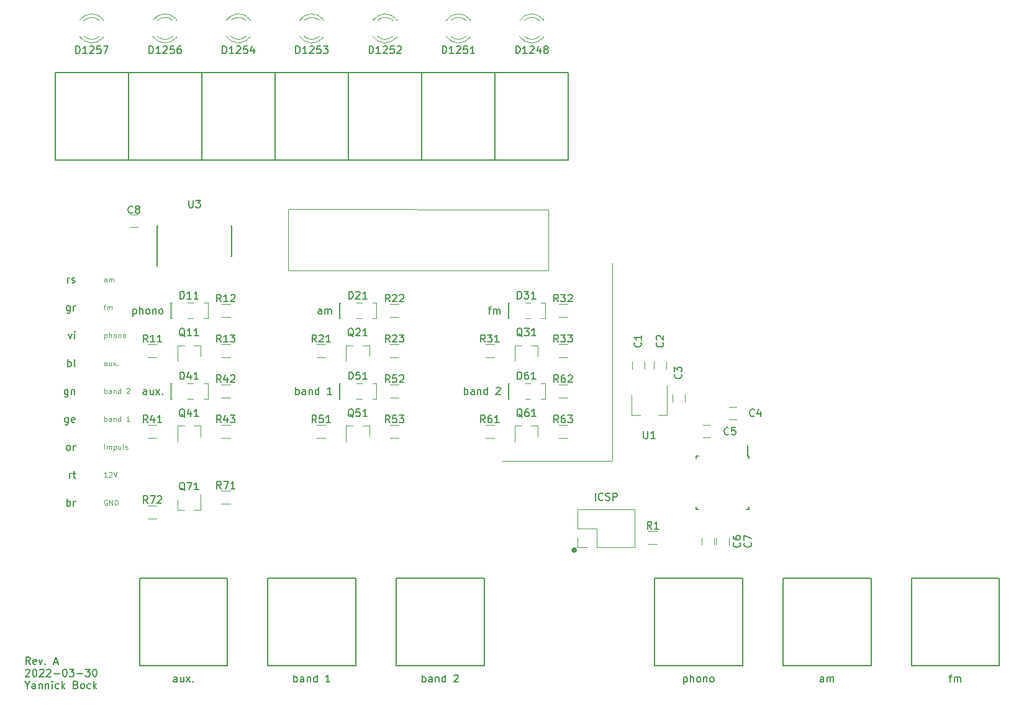
<source format=gto>
G04 #@! TF.GenerationSoftware,KiCad,Pcbnew,(5.1.7)-1*
G04 #@! TF.CreationDate,2022-05-13T22:16:48+02:00*
G04 #@! TF.ProjectId,Anzeige-Modul,416e7a65-6967-4652-9d4d-6f64756c2e6b,rev?*
G04 #@! TF.SameCoordinates,Original*
G04 #@! TF.FileFunction,Legend,Top*
G04 #@! TF.FilePolarity,Positive*
%FSLAX46Y46*%
G04 Gerber Fmt 4.6, Leading zero omitted, Abs format (unit mm)*
G04 Created by KiCad (PCBNEW (5.1.7)-1) date 2022-05-13 22:16:48*
%MOMM*%
%LPD*%
G01*
G04 APERTURE LIST*
%ADD10C,0.150000*%
%ADD11C,0.500000*%
%ADD12C,0.120000*%
%ADD13C,0.100000*%
%ADD14C,1.800000*%
%ADD15C,1.750000*%
%ADD16C,2.250000*%
%ADD17R,1.000000X1.250000*%
%ADD18R,0.600000X1.500000*%
%ADD19R,1.800000X1.800000*%
%ADD20R,0.800000X0.900000*%
%ADD21R,1.250000X1.000000*%
%ADD22R,0.700000X1.300000*%
%ADD23R,0.550000X1.600000*%
%ADD24R,1.600000X0.550000*%
%ADD25R,2.200000X1.840000*%
%ADD26R,1.000000X1.500000*%
%ADD27R,1.000000X1.800000*%
%ADD28R,1.700000X1.700000*%
%ADD29O,1.700000X1.700000*%
%ADD30C,6.000000*%
G04 APERTURE END LIST*
D10*
X15607023Y-109802380D02*
X15273690Y-109326190D01*
X15035595Y-109802380D02*
X15035595Y-108802380D01*
X15416547Y-108802380D01*
X15511785Y-108850000D01*
X15559404Y-108897619D01*
X15607023Y-108992857D01*
X15607023Y-109135714D01*
X15559404Y-109230952D01*
X15511785Y-109278571D01*
X15416547Y-109326190D01*
X15035595Y-109326190D01*
X16416547Y-109754761D02*
X16321309Y-109802380D01*
X16130833Y-109802380D01*
X16035595Y-109754761D01*
X15987976Y-109659523D01*
X15987976Y-109278571D01*
X16035595Y-109183333D01*
X16130833Y-109135714D01*
X16321309Y-109135714D01*
X16416547Y-109183333D01*
X16464166Y-109278571D01*
X16464166Y-109373809D01*
X15987976Y-109469047D01*
X16797500Y-109135714D02*
X17035595Y-109802380D01*
X17273690Y-109135714D01*
X17654642Y-109707142D02*
X17702261Y-109754761D01*
X17654642Y-109802380D01*
X17607023Y-109754761D01*
X17654642Y-109707142D01*
X17654642Y-109802380D01*
X18845119Y-109516666D02*
X19321309Y-109516666D01*
X18749880Y-109802380D02*
X19083214Y-108802380D01*
X19416547Y-109802380D01*
X14987976Y-110547619D02*
X15035595Y-110500000D01*
X15130833Y-110452380D01*
X15368928Y-110452380D01*
X15464166Y-110500000D01*
X15511785Y-110547619D01*
X15559404Y-110642857D01*
X15559404Y-110738095D01*
X15511785Y-110880952D01*
X14940357Y-111452380D01*
X15559404Y-111452380D01*
X16178452Y-110452380D02*
X16273690Y-110452380D01*
X16368928Y-110500000D01*
X16416547Y-110547619D01*
X16464166Y-110642857D01*
X16511785Y-110833333D01*
X16511785Y-111071428D01*
X16464166Y-111261904D01*
X16416547Y-111357142D01*
X16368928Y-111404761D01*
X16273690Y-111452380D01*
X16178452Y-111452380D01*
X16083214Y-111404761D01*
X16035595Y-111357142D01*
X15987976Y-111261904D01*
X15940357Y-111071428D01*
X15940357Y-110833333D01*
X15987976Y-110642857D01*
X16035595Y-110547619D01*
X16083214Y-110500000D01*
X16178452Y-110452380D01*
X16892738Y-110547619D02*
X16940357Y-110500000D01*
X17035595Y-110452380D01*
X17273690Y-110452380D01*
X17368928Y-110500000D01*
X17416547Y-110547619D01*
X17464166Y-110642857D01*
X17464166Y-110738095D01*
X17416547Y-110880952D01*
X16845119Y-111452380D01*
X17464166Y-111452380D01*
X17845119Y-110547619D02*
X17892738Y-110500000D01*
X17987976Y-110452380D01*
X18226071Y-110452380D01*
X18321309Y-110500000D01*
X18368928Y-110547619D01*
X18416547Y-110642857D01*
X18416547Y-110738095D01*
X18368928Y-110880952D01*
X17797500Y-111452380D01*
X18416547Y-111452380D01*
X18845119Y-111071428D02*
X19607023Y-111071428D01*
X20273690Y-110452380D02*
X20368928Y-110452380D01*
X20464166Y-110500000D01*
X20511785Y-110547619D01*
X20559404Y-110642857D01*
X20607023Y-110833333D01*
X20607023Y-111071428D01*
X20559404Y-111261904D01*
X20511785Y-111357142D01*
X20464166Y-111404761D01*
X20368928Y-111452380D01*
X20273690Y-111452380D01*
X20178452Y-111404761D01*
X20130833Y-111357142D01*
X20083214Y-111261904D01*
X20035595Y-111071428D01*
X20035595Y-110833333D01*
X20083214Y-110642857D01*
X20130833Y-110547619D01*
X20178452Y-110500000D01*
X20273690Y-110452380D01*
X20940357Y-110452380D02*
X21559404Y-110452380D01*
X21226071Y-110833333D01*
X21368928Y-110833333D01*
X21464166Y-110880952D01*
X21511785Y-110928571D01*
X21559404Y-111023809D01*
X21559404Y-111261904D01*
X21511785Y-111357142D01*
X21464166Y-111404761D01*
X21368928Y-111452380D01*
X21083214Y-111452380D01*
X20987976Y-111404761D01*
X20940357Y-111357142D01*
X21987976Y-111071428D02*
X22749880Y-111071428D01*
X23130833Y-110452380D02*
X23749880Y-110452380D01*
X23416547Y-110833333D01*
X23559404Y-110833333D01*
X23654642Y-110880952D01*
X23702261Y-110928571D01*
X23749880Y-111023809D01*
X23749880Y-111261904D01*
X23702261Y-111357142D01*
X23654642Y-111404761D01*
X23559404Y-111452380D01*
X23273690Y-111452380D01*
X23178452Y-111404761D01*
X23130833Y-111357142D01*
X24368928Y-110452380D02*
X24464166Y-110452380D01*
X24559404Y-110500000D01*
X24607023Y-110547619D01*
X24654642Y-110642857D01*
X24702261Y-110833333D01*
X24702261Y-111071428D01*
X24654642Y-111261904D01*
X24607023Y-111357142D01*
X24559404Y-111404761D01*
X24464166Y-111452380D01*
X24368928Y-111452380D01*
X24273690Y-111404761D01*
X24226071Y-111357142D01*
X24178452Y-111261904D01*
X24130833Y-111071428D01*
X24130833Y-110833333D01*
X24178452Y-110642857D01*
X24226071Y-110547619D01*
X24273690Y-110500000D01*
X24368928Y-110452380D01*
X15226071Y-112626190D02*
X15226071Y-113102380D01*
X14892738Y-112102380D02*
X15226071Y-112626190D01*
X15559404Y-112102380D01*
X16321309Y-113102380D02*
X16321309Y-112578571D01*
X16273690Y-112483333D01*
X16178452Y-112435714D01*
X15987976Y-112435714D01*
X15892738Y-112483333D01*
X16321309Y-113054761D02*
X16226071Y-113102380D01*
X15987976Y-113102380D01*
X15892738Y-113054761D01*
X15845119Y-112959523D01*
X15845119Y-112864285D01*
X15892738Y-112769047D01*
X15987976Y-112721428D01*
X16226071Y-112721428D01*
X16321309Y-112673809D01*
X16797500Y-112435714D02*
X16797500Y-113102380D01*
X16797500Y-112530952D02*
X16845119Y-112483333D01*
X16940357Y-112435714D01*
X17083214Y-112435714D01*
X17178452Y-112483333D01*
X17226071Y-112578571D01*
X17226071Y-113102380D01*
X17702261Y-112435714D02*
X17702261Y-113102380D01*
X17702261Y-112530952D02*
X17749880Y-112483333D01*
X17845119Y-112435714D01*
X17987976Y-112435714D01*
X18083214Y-112483333D01*
X18130833Y-112578571D01*
X18130833Y-113102380D01*
X18607023Y-113102380D02*
X18607023Y-112435714D01*
X18607023Y-112102380D02*
X18559404Y-112150000D01*
X18607023Y-112197619D01*
X18654642Y-112150000D01*
X18607023Y-112102380D01*
X18607023Y-112197619D01*
X19511785Y-113054761D02*
X19416547Y-113102380D01*
X19226071Y-113102380D01*
X19130833Y-113054761D01*
X19083214Y-113007142D01*
X19035595Y-112911904D01*
X19035595Y-112626190D01*
X19083214Y-112530952D01*
X19130833Y-112483333D01*
X19226071Y-112435714D01*
X19416547Y-112435714D01*
X19511785Y-112483333D01*
X19940357Y-113102380D02*
X19940357Y-112102380D01*
X20035595Y-112721428D02*
X20321309Y-113102380D01*
X20321309Y-112435714D02*
X19940357Y-112816666D01*
X21845119Y-112578571D02*
X21987976Y-112626190D01*
X22035595Y-112673809D01*
X22083214Y-112769047D01*
X22083214Y-112911904D01*
X22035595Y-113007142D01*
X21987976Y-113054761D01*
X21892738Y-113102380D01*
X21511785Y-113102380D01*
X21511785Y-112102380D01*
X21845119Y-112102380D01*
X21940357Y-112150000D01*
X21987976Y-112197619D01*
X22035595Y-112292857D01*
X22035595Y-112388095D01*
X21987976Y-112483333D01*
X21940357Y-112530952D01*
X21845119Y-112578571D01*
X21511785Y-112578571D01*
X22654642Y-113102380D02*
X22559404Y-113054761D01*
X22511785Y-113007142D01*
X22464166Y-112911904D01*
X22464166Y-112626190D01*
X22511785Y-112530952D01*
X22559404Y-112483333D01*
X22654642Y-112435714D01*
X22797500Y-112435714D01*
X22892738Y-112483333D01*
X22940357Y-112530952D01*
X22987976Y-112626190D01*
X22987976Y-112911904D01*
X22940357Y-113007142D01*
X22892738Y-113054761D01*
X22797500Y-113102380D01*
X22654642Y-113102380D01*
X23845119Y-113054761D02*
X23749880Y-113102380D01*
X23559404Y-113102380D01*
X23464166Y-113054761D01*
X23416547Y-113007142D01*
X23368928Y-112911904D01*
X23368928Y-112626190D01*
X23416547Y-112530952D01*
X23464166Y-112483333D01*
X23559404Y-112435714D01*
X23749880Y-112435714D01*
X23845119Y-112483333D01*
X24273690Y-113102380D02*
X24273690Y-112102380D01*
X24368928Y-112721428D02*
X24654642Y-113102380D01*
X24654642Y-112435714D02*
X24273690Y-112816666D01*
D11*
X89800000Y-94092857D02*
X89919047Y-94211904D01*
X89800000Y-94330952D01*
X89680952Y-94211904D01*
X89800000Y-94092857D01*
X89800000Y-94330952D01*
D10*
X92648809Y-87412380D02*
X92648809Y-86412380D01*
X93696428Y-87317142D02*
X93648809Y-87364761D01*
X93505952Y-87412380D01*
X93410714Y-87412380D01*
X93267857Y-87364761D01*
X93172619Y-87269523D01*
X93125000Y-87174285D01*
X93077380Y-86983809D01*
X93077380Y-86840952D01*
X93125000Y-86650476D01*
X93172619Y-86555238D01*
X93267857Y-86460000D01*
X93410714Y-86412380D01*
X93505952Y-86412380D01*
X93648809Y-86460000D01*
X93696428Y-86507619D01*
X94077380Y-87364761D02*
X94220238Y-87412380D01*
X94458333Y-87412380D01*
X94553571Y-87364761D01*
X94601190Y-87317142D01*
X94648809Y-87221904D01*
X94648809Y-87126666D01*
X94601190Y-87031428D01*
X94553571Y-86983809D01*
X94458333Y-86936190D01*
X94267857Y-86888571D01*
X94172619Y-86840952D01*
X94125000Y-86793333D01*
X94077380Y-86698095D01*
X94077380Y-86602857D01*
X94125000Y-86507619D01*
X94172619Y-86460000D01*
X94267857Y-86412380D01*
X94505952Y-86412380D01*
X94648809Y-86460000D01*
X95077380Y-87412380D02*
X95077380Y-86412380D01*
X95458333Y-86412380D01*
X95553571Y-86460000D01*
X95601190Y-86507619D01*
X95648809Y-86602857D01*
X95648809Y-86745714D01*
X95601190Y-86840952D01*
X95553571Y-86888571D01*
X95458333Y-86936190D01*
X95077380Y-86936190D01*
D12*
X86290000Y-56000000D02*
X50750000Y-56000000D01*
X86290000Y-47700000D02*
X86290000Y-56000000D01*
X50850000Y-47650000D02*
X86290000Y-47700000D01*
X50750000Y-56000000D02*
X50750000Y-47700000D01*
D10*
X140892857Y-111535714D02*
X141273809Y-111535714D01*
X141035714Y-112202380D02*
X141035714Y-111345238D01*
X141083333Y-111250000D01*
X141178571Y-111202380D01*
X141273809Y-111202380D01*
X141607142Y-112202380D02*
X141607142Y-111535714D01*
X141607142Y-111630952D02*
X141654761Y-111583333D01*
X141750000Y-111535714D01*
X141892857Y-111535714D01*
X141988095Y-111583333D01*
X142035714Y-111678571D01*
X142035714Y-112202380D01*
X142035714Y-111678571D02*
X142083333Y-111583333D01*
X142178571Y-111535714D01*
X142321428Y-111535714D01*
X142416666Y-111583333D01*
X142464285Y-111678571D01*
X142464285Y-112202380D01*
X69071428Y-112202380D02*
X69071428Y-111202380D01*
X69071428Y-111583333D02*
X69166666Y-111535714D01*
X69357142Y-111535714D01*
X69452380Y-111583333D01*
X69500000Y-111630952D01*
X69547619Y-111726190D01*
X69547619Y-112011904D01*
X69500000Y-112107142D01*
X69452380Y-112154761D01*
X69357142Y-112202380D01*
X69166666Y-112202380D01*
X69071428Y-112154761D01*
X70404761Y-112202380D02*
X70404761Y-111678571D01*
X70357142Y-111583333D01*
X70261904Y-111535714D01*
X70071428Y-111535714D01*
X69976190Y-111583333D01*
X70404761Y-112154761D02*
X70309523Y-112202380D01*
X70071428Y-112202380D01*
X69976190Y-112154761D01*
X69928571Y-112059523D01*
X69928571Y-111964285D01*
X69976190Y-111869047D01*
X70071428Y-111821428D01*
X70309523Y-111821428D01*
X70404761Y-111773809D01*
X70880952Y-111535714D02*
X70880952Y-112202380D01*
X70880952Y-111630952D02*
X70928571Y-111583333D01*
X71023809Y-111535714D01*
X71166666Y-111535714D01*
X71261904Y-111583333D01*
X71309523Y-111678571D01*
X71309523Y-112202380D01*
X72214285Y-112202380D02*
X72214285Y-111202380D01*
X72214285Y-112154761D02*
X72119047Y-112202380D01*
X71928571Y-112202380D01*
X71833333Y-112154761D01*
X71785714Y-112107142D01*
X71738095Y-112011904D01*
X71738095Y-111726190D01*
X71785714Y-111630952D01*
X71833333Y-111583333D01*
X71928571Y-111535714D01*
X72119047Y-111535714D01*
X72214285Y-111583333D01*
X73404761Y-111297619D02*
X73452380Y-111250000D01*
X73547619Y-111202380D01*
X73785714Y-111202380D01*
X73880952Y-111250000D01*
X73928571Y-111297619D01*
X73976190Y-111392857D01*
X73976190Y-111488095D01*
X73928571Y-111630952D01*
X73357142Y-112202380D01*
X73976190Y-112202380D01*
X51571428Y-112202380D02*
X51571428Y-111202380D01*
X51571428Y-111583333D02*
X51666666Y-111535714D01*
X51857142Y-111535714D01*
X51952380Y-111583333D01*
X52000000Y-111630952D01*
X52047619Y-111726190D01*
X52047619Y-112011904D01*
X52000000Y-112107142D01*
X51952380Y-112154761D01*
X51857142Y-112202380D01*
X51666666Y-112202380D01*
X51571428Y-112154761D01*
X52904761Y-112202380D02*
X52904761Y-111678571D01*
X52857142Y-111583333D01*
X52761904Y-111535714D01*
X52571428Y-111535714D01*
X52476190Y-111583333D01*
X52904761Y-112154761D02*
X52809523Y-112202380D01*
X52571428Y-112202380D01*
X52476190Y-112154761D01*
X52428571Y-112059523D01*
X52428571Y-111964285D01*
X52476190Y-111869047D01*
X52571428Y-111821428D01*
X52809523Y-111821428D01*
X52904761Y-111773809D01*
X53380952Y-111535714D02*
X53380952Y-112202380D01*
X53380952Y-111630952D02*
X53428571Y-111583333D01*
X53523809Y-111535714D01*
X53666666Y-111535714D01*
X53761904Y-111583333D01*
X53809523Y-111678571D01*
X53809523Y-112202380D01*
X54714285Y-112202380D02*
X54714285Y-111202380D01*
X54714285Y-112154761D02*
X54619047Y-112202380D01*
X54428571Y-112202380D01*
X54333333Y-112154761D01*
X54285714Y-112107142D01*
X54238095Y-112011904D01*
X54238095Y-111726190D01*
X54285714Y-111630952D01*
X54333333Y-111583333D01*
X54428571Y-111535714D01*
X54619047Y-111535714D01*
X54714285Y-111583333D01*
X56476190Y-112202380D02*
X55904761Y-112202380D01*
X56190476Y-112202380D02*
X56190476Y-111202380D01*
X56095238Y-111345238D01*
X56000000Y-111440476D01*
X55904761Y-111488095D01*
X123797619Y-112202380D02*
X123797619Y-111678571D01*
X123750000Y-111583333D01*
X123654761Y-111535714D01*
X123464285Y-111535714D01*
X123369047Y-111583333D01*
X123797619Y-112154761D02*
X123702380Y-112202380D01*
X123464285Y-112202380D01*
X123369047Y-112154761D01*
X123321428Y-112059523D01*
X123321428Y-111964285D01*
X123369047Y-111869047D01*
X123464285Y-111821428D01*
X123702380Y-111821428D01*
X123797619Y-111773809D01*
X124273809Y-112202380D02*
X124273809Y-111535714D01*
X124273809Y-111630952D02*
X124321428Y-111583333D01*
X124416666Y-111535714D01*
X124559523Y-111535714D01*
X124654761Y-111583333D01*
X124702380Y-111678571D01*
X124702380Y-112202380D01*
X124702380Y-111678571D02*
X124750000Y-111583333D01*
X124845238Y-111535714D01*
X124988095Y-111535714D01*
X125083333Y-111583333D01*
X125130952Y-111678571D01*
X125130952Y-112202380D01*
X35619047Y-112202380D02*
X35619047Y-111678571D01*
X35571428Y-111583333D01*
X35476190Y-111535714D01*
X35285714Y-111535714D01*
X35190476Y-111583333D01*
X35619047Y-112154761D02*
X35523809Y-112202380D01*
X35285714Y-112202380D01*
X35190476Y-112154761D01*
X35142857Y-112059523D01*
X35142857Y-111964285D01*
X35190476Y-111869047D01*
X35285714Y-111821428D01*
X35523809Y-111821428D01*
X35619047Y-111773809D01*
X36523809Y-111535714D02*
X36523809Y-112202380D01*
X36095238Y-111535714D02*
X36095238Y-112059523D01*
X36142857Y-112154761D01*
X36238095Y-112202380D01*
X36380952Y-112202380D01*
X36476190Y-112154761D01*
X36523809Y-112107142D01*
X36904761Y-112202380D02*
X37428571Y-111535714D01*
X36904761Y-111535714D02*
X37428571Y-112202380D01*
X37809523Y-112107142D02*
X37857142Y-112154761D01*
X37809523Y-112202380D01*
X37761904Y-112154761D01*
X37809523Y-112107142D01*
X37809523Y-112202380D01*
X104726190Y-111535714D02*
X104726190Y-112535714D01*
X104726190Y-111583333D02*
X104821428Y-111535714D01*
X105011904Y-111535714D01*
X105107142Y-111583333D01*
X105154761Y-111630952D01*
X105202380Y-111726190D01*
X105202380Y-112011904D01*
X105154761Y-112107142D01*
X105107142Y-112154761D01*
X105011904Y-112202380D01*
X104821428Y-112202380D01*
X104726190Y-112154761D01*
X105630952Y-112202380D02*
X105630952Y-111202380D01*
X106059523Y-112202380D02*
X106059523Y-111678571D01*
X106011904Y-111583333D01*
X105916666Y-111535714D01*
X105773809Y-111535714D01*
X105678571Y-111583333D01*
X105630952Y-111630952D01*
X106678571Y-112202380D02*
X106583333Y-112154761D01*
X106535714Y-112107142D01*
X106488095Y-112011904D01*
X106488095Y-111726190D01*
X106535714Y-111630952D01*
X106583333Y-111583333D01*
X106678571Y-111535714D01*
X106821428Y-111535714D01*
X106916666Y-111583333D01*
X106964285Y-111630952D01*
X107011904Y-111726190D01*
X107011904Y-112011904D01*
X106964285Y-112107142D01*
X106916666Y-112154761D01*
X106821428Y-112202380D01*
X106678571Y-112202380D01*
X107440476Y-111535714D02*
X107440476Y-112202380D01*
X107440476Y-111630952D02*
X107488095Y-111583333D01*
X107583333Y-111535714D01*
X107726190Y-111535714D01*
X107821428Y-111583333D01*
X107869047Y-111678571D01*
X107869047Y-112202380D01*
X108488095Y-112202380D02*
X108392857Y-112154761D01*
X108345238Y-112107142D01*
X108297619Y-112011904D01*
X108297619Y-111726190D01*
X108345238Y-111630952D01*
X108392857Y-111583333D01*
X108488095Y-111535714D01*
X108630952Y-111535714D01*
X108726190Y-111583333D01*
X108773809Y-111630952D01*
X108821428Y-111726190D01*
X108821428Y-112011904D01*
X108773809Y-112107142D01*
X108726190Y-112154761D01*
X108630952Y-112202380D01*
X108488095Y-112202380D01*
X74807261Y-72952380D02*
X74807261Y-71952380D01*
X74807261Y-72333333D02*
X74902500Y-72285714D01*
X75092976Y-72285714D01*
X75188214Y-72333333D01*
X75235833Y-72380952D01*
X75283452Y-72476190D01*
X75283452Y-72761904D01*
X75235833Y-72857142D01*
X75188214Y-72904761D01*
X75092976Y-72952380D01*
X74902500Y-72952380D01*
X74807261Y-72904761D01*
X76140595Y-72952380D02*
X76140595Y-72428571D01*
X76092976Y-72333333D01*
X75997738Y-72285714D01*
X75807261Y-72285714D01*
X75712023Y-72333333D01*
X76140595Y-72904761D02*
X76045357Y-72952380D01*
X75807261Y-72952380D01*
X75712023Y-72904761D01*
X75664404Y-72809523D01*
X75664404Y-72714285D01*
X75712023Y-72619047D01*
X75807261Y-72571428D01*
X76045357Y-72571428D01*
X76140595Y-72523809D01*
X76616785Y-72285714D02*
X76616785Y-72952380D01*
X76616785Y-72380952D02*
X76664404Y-72333333D01*
X76759642Y-72285714D01*
X76902500Y-72285714D01*
X76997738Y-72333333D01*
X77045357Y-72428571D01*
X77045357Y-72952380D01*
X77950119Y-72952380D02*
X77950119Y-71952380D01*
X77950119Y-72904761D02*
X77854880Y-72952380D01*
X77664404Y-72952380D01*
X77569166Y-72904761D01*
X77521547Y-72857142D01*
X77473928Y-72761904D01*
X77473928Y-72476190D01*
X77521547Y-72380952D01*
X77569166Y-72333333D01*
X77664404Y-72285714D01*
X77854880Y-72285714D01*
X77950119Y-72333333D01*
X79140595Y-72047619D02*
X79188214Y-72000000D01*
X79283452Y-71952380D01*
X79521547Y-71952380D01*
X79616785Y-72000000D01*
X79664404Y-72047619D01*
X79712023Y-72142857D01*
X79712023Y-72238095D01*
X79664404Y-72380952D01*
X79092976Y-72952380D01*
X79712023Y-72952380D01*
X51807261Y-72952380D02*
X51807261Y-71952380D01*
X51807261Y-72333333D02*
X51902500Y-72285714D01*
X52092976Y-72285714D01*
X52188214Y-72333333D01*
X52235833Y-72380952D01*
X52283452Y-72476190D01*
X52283452Y-72761904D01*
X52235833Y-72857142D01*
X52188214Y-72904761D01*
X52092976Y-72952380D01*
X51902500Y-72952380D01*
X51807261Y-72904761D01*
X53140595Y-72952380D02*
X53140595Y-72428571D01*
X53092976Y-72333333D01*
X52997738Y-72285714D01*
X52807261Y-72285714D01*
X52712023Y-72333333D01*
X53140595Y-72904761D02*
X53045357Y-72952380D01*
X52807261Y-72952380D01*
X52712023Y-72904761D01*
X52664404Y-72809523D01*
X52664404Y-72714285D01*
X52712023Y-72619047D01*
X52807261Y-72571428D01*
X53045357Y-72571428D01*
X53140595Y-72523809D01*
X53616785Y-72285714D02*
X53616785Y-72952380D01*
X53616785Y-72380952D02*
X53664404Y-72333333D01*
X53759642Y-72285714D01*
X53902500Y-72285714D01*
X53997738Y-72333333D01*
X54045357Y-72428571D01*
X54045357Y-72952380D01*
X54950119Y-72952380D02*
X54950119Y-71952380D01*
X54950119Y-72904761D02*
X54854880Y-72952380D01*
X54664404Y-72952380D01*
X54569166Y-72904761D01*
X54521547Y-72857142D01*
X54473928Y-72761904D01*
X54473928Y-72476190D01*
X54521547Y-72380952D01*
X54569166Y-72333333D01*
X54664404Y-72285714D01*
X54854880Y-72285714D01*
X54950119Y-72333333D01*
X56712023Y-72952380D02*
X56140595Y-72952380D01*
X56426309Y-72952380D02*
X56426309Y-71952380D01*
X56331071Y-72095238D01*
X56235833Y-72190476D01*
X56140595Y-72238095D01*
X31473928Y-72952380D02*
X31473928Y-72428571D01*
X31426309Y-72333333D01*
X31331071Y-72285714D01*
X31140595Y-72285714D01*
X31045357Y-72333333D01*
X31473928Y-72904761D02*
X31378690Y-72952380D01*
X31140595Y-72952380D01*
X31045357Y-72904761D01*
X30997738Y-72809523D01*
X30997738Y-72714285D01*
X31045357Y-72619047D01*
X31140595Y-72571428D01*
X31378690Y-72571428D01*
X31473928Y-72523809D01*
X32378690Y-72285714D02*
X32378690Y-72952380D01*
X31950119Y-72285714D02*
X31950119Y-72809523D01*
X31997738Y-72904761D01*
X32092976Y-72952380D01*
X32235833Y-72952380D01*
X32331071Y-72904761D01*
X32378690Y-72857142D01*
X32759642Y-72952380D02*
X33283452Y-72285714D01*
X32759642Y-72285714D02*
X33283452Y-72952380D01*
X33664404Y-72857142D02*
X33712023Y-72904761D01*
X33664404Y-72952380D01*
X33616785Y-72904761D01*
X33664404Y-72857142D01*
X33664404Y-72952380D01*
X78092976Y-61285714D02*
X78473928Y-61285714D01*
X78235833Y-61952380D02*
X78235833Y-61095238D01*
X78283452Y-61000000D01*
X78378690Y-60952380D01*
X78473928Y-60952380D01*
X78807261Y-61952380D02*
X78807261Y-61285714D01*
X78807261Y-61380952D02*
X78854880Y-61333333D01*
X78950119Y-61285714D01*
X79092976Y-61285714D01*
X79188214Y-61333333D01*
X79235833Y-61428571D01*
X79235833Y-61952380D01*
X79235833Y-61428571D02*
X79283452Y-61333333D01*
X79378690Y-61285714D01*
X79521547Y-61285714D01*
X79616785Y-61333333D01*
X79664404Y-61428571D01*
X79664404Y-61952380D01*
X55331071Y-61952380D02*
X55331071Y-61428571D01*
X55283452Y-61333333D01*
X55188214Y-61285714D01*
X54997738Y-61285714D01*
X54902500Y-61333333D01*
X55331071Y-61904761D02*
X55235833Y-61952380D01*
X54997738Y-61952380D01*
X54902500Y-61904761D01*
X54854880Y-61809523D01*
X54854880Y-61714285D01*
X54902500Y-61619047D01*
X54997738Y-61571428D01*
X55235833Y-61571428D01*
X55331071Y-61523809D01*
X55807261Y-61952380D02*
X55807261Y-61285714D01*
X55807261Y-61380952D02*
X55854880Y-61333333D01*
X55950119Y-61285714D01*
X56092976Y-61285714D01*
X56188214Y-61333333D01*
X56235833Y-61428571D01*
X56235833Y-61952380D01*
X56235833Y-61428571D02*
X56283452Y-61333333D01*
X56378690Y-61285714D01*
X56521547Y-61285714D01*
X56616785Y-61333333D01*
X56664404Y-61428571D01*
X56664404Y-61952380D01*
X29616785Y-61285714D02*
X29616785Y-62285714D01*
X29616785Y-61333333D02*
X29712023Y-61285714D01*
X29902500Y-61285714D01*
X29997738Y-61333333D01*
X30045357Y-61380952D01*
X30092976Y-61476190D01*
X30092976Y-61761904D01*
X30045357Y-61857142D01*
X29997738Y-61904761D01*
X29902500Y-61952380D01*
X29712023Y-61952380D01*
X29616785Y-61904761D01*
X30521547Y-61952380D02*
X30521547Y-60952380D01*
X30950119Y-61952380D02*
X30950119Y-61428571D01*
X30902500Y-61333333D01*
X30807261Y-61285714D01*
X30664404Y-61285714D01*
X30569166Y-61333333D01*
X30521547Y-61380952D01*
X31569166Y-61952380D02*
X31473928Y-61904761D01*
X31426309Y-61857142D01*
X31378690Y-61761904D01*
X31378690Y-61476190D01*
X31426309Y-61380952D01*
X31473928Y-61333333D01*
X31569166Y-61285714D01*
X31712023Y-61285714D01*
X31807261Y-61333333D01*
X31854880Y-61380952D01*
X31902500Y-61476190D01*
X31902500Y-61761904D01*
X31854880Y-61857142D01*
X31807261Y-61904761D01*
X31712023Y-61952380D01*
X31569166Y-61952380D01*
X32331071Y-61285714D02*
X32331071Y-61952380D01*
X32331071Y-61380952D02*
X32378690Y-61333333D01*
X32473928Y-61285714D01*
X32616785Y-61285714D01*
X32712023Y-61333333D01*
X32759642Y-61428571D01*
X32759642Y-61952380D01*
X33378690Y-61952380D02*
X33283452Y-61904761D01*
X33235833Y-61857142D01*
X33188214Y-61761904D01*
X33188214Y-61476190D01*
X33235833Y-61380952D01*
X33283452Y-61333333D01*
X33378690Y-61285714D01*
X33521547Y-61285714D01*
X33616785Y-61333333D01*
X33664404Y-61380952D01*
X33712023Y-61476190D01*
X33712023Y-61761904D01*
X33664404Y-61857142D01*
X33616785Y-61904761D01*
X33521547Y-61952380D01*
X33378690Y-61952380D01*
D12*
X95000000Y-82000000D02*
X80000000Y-82000000D01*
X95000000Y-55000000D02*
X95000000Y-82000000D01*
D10*
X79000000Y-41000000D02*
X79000000Y-29000000D01*
X89000000Y-41000000D02*
X79000000Y-41000000D01*
X89000000Y-29000000D02*
X89000000Y-41000000D01*
X79000000Y-29000000D02*
X89000000Y-29000000D01*
X69000000Y-41000000D02*
X69000000Y-29000000D01*
X79000000Y-41000000D02*
X69000000Y-41000000D01*
X79000000Y-29000000D02*
X79000000Y-41000000D01*
X69000000Y-29000000D02*
X79000000Y-29000000D01*
X59000000Y-41000000D02*
X59000000Y-29000000D01*
X69000000Y-41000000D02*
X59000000Y-41000000D01*
X69000000Y-29000000D02*
X69000000Y-41000000D01*
X59000000Y-29000000D02*
X69000000Y-29000000D01*
X49000000Y-41000000D02*
X49000000Y-29000000D01*
X59000000Y-41000000D02*
X49000000Y-41000000D01*
X59000000Y-29000000D02*
X59000000Y-41000000D01*
X49000000Y-29000000D02*
X59000000Y-29000000D01*
X39000000Y-41000000D02*
X39000000Y-29000000D01*
X49000000Y-41000000D02*
X39000000Y-41000000D01*
X49000000Y-29000000D02*
X49000000Y-41000000D01*
X39000000Y-29000000D02*
X49000000Y-29000000D01*
X29000000Y-41000000D02*
X29000000Y-29000000D01*
X39000000Y-41000000D02*
X29000000Y-41000000D01*
X39000000Y-29000000D02*
X39000000Y-41000000D01*
X29000000Y-29000000D02*
X39000000Y-29000000D01*
X19000000Y-41000000D02*
X19000000Y-29000000D01*
X29000000Y-41000000D02*
X19000000Y-41000000D01*
X29000000Y-29000000D02*
X29000000Y-41000000D01*
X19000000Y-29000000D02*
X29000000Y-29000000D01*
D12*
X29250000Y-50150000D02*
X30250000Y-50150000D01*
X30250000Y-48450000D02*
X29250000Y-48450000D01*
D10*
X32950000Y-54075000D02*
X32950000Y-55450000D01*
X43075000Y-54075000D02*
X43075000Y-49925000D01*
X32925000Y-54075000D02*
X32925000Y-49925000D01*
X43075000Y-54075000D02*
X42970000Y-54075000D01*
X43075000Y-49925000D02*
X42970000Y-49925000D01*
X32925000Y-49925000D02*
X33030000Y-49925000D01*
X32925000Y-54075000D02*
X32950000Y-54075000D01*
D12*
X85560000Y-24236000D02*
X85560000Y-24080000D01*
X85560000Y-21920000D02*
X85560000Y-21764000D01*
X82327665Y-24078608D02*
G75*
G03*
X85560000Y-24235516I1672335J1078608D01*
G01*
X82327665Y-21921392D02*
G75*
G02*
X85560000Y-21764484I1672335J-1078608D01*
G01*
X82958870Y-24079837D02*
G75*
G03*
X85040961Y-24080000I1041130J1079837D01*
G01*
X82958870Y-21920163D02*
G75*
G02*
X85040961Y-21920000I1041130J-1079837D01*
G01*
X75560000Y-24236000D02*
X75560000Y-24080000D01*
X75560000Y-21920000D02*
X75560000Y-21764000D01*
X72327665Y-24078608D02*
G75*
G03*
X75560000Y-24235516I1672335J1078608D01*
G01*
X72327665Y-21921392D02*
G75*
G02*
X75560000Y-21764484I1672335J-1078608D01*
G01*
X72958870Y-24079837D02*
G75*
G03*
X75040961Y-24080000I1041130J1079837D01*
G01*
X72958870Y-21920163D02*
G75*
G02*
X75040961Y-21920000I1041130J-1079837D01*
G01*
X65560000Y-24236000D02*
X65560000Y-24080000D01*
X65560000Y-21920000D02*
X65560000Y-21764000D01*
X62327665Y-24078608D02*
G75*
G03*
X65560000Y-24235516I1672335J1078608D01*
G01*
X62327665Y-21921392D02*
G75*
G02*
X65560000Y-21764484I1672335J-1078608D01*
G01*
X62958870Y-24079837D02*
G75*
G03*
X65040961Y-24080000I1041130J1079837D01*
G01*
X62958870Y-21920163D02*
G75*
G02*
X65040961Y-21920000I1041130J-1079837D01*
G01*
X55560000Y-24236000D02*
X55560000Y-24080000D01*
X55560000Y-21920000D02*
X55560000Y-21764000D01*
X52327665Y-24078608D02*
G75*
G03*
X55560000Y-24235516I1672335J1078608D01*
G01*
X52327665Y-21921392D02*
G75*
G02*
X55560000Y-21764484I1672335J-1078608D01*
G01*
X52958870Y-24079837D02*
G75*
G03*
X55040961Y-24080000I1041130J1079837D01*
G01*
X52958870Y-21920163D02*
G75*
G02*
X55040961Y-21920000I1041130J-1079837D01*
G01*
X45560000Y-24236000D02*
X45560000Y-24080000D01*
X45560000Y-21920000D02*
X45560000Y-21764000D01*
X42327665Y-24078608D02*
G75*
G03*
X45560000Y-24235516I1672335J1078608D01*
G01*
X42327665Y-21921392D02*
G75*
G02*
X45560000Y-21764484I1672335J-1078608D01*
G01*
X42958870Y-24079837D02*
G75*
G03*
X45040961Y-24080000I1041130J1079837D01*
G01*
X42958870Y-21920163D02*
G75*
G02*
X45040961Y-21920000I1041130J-1079837D01*
G01*
X35560000Y-24236000D02*
X35560000Y-24080000D01*
X35560000Y-21920000D02*
X35560000Y-21764000D01*
X32327665Y-24078608D02*
G75*
G03*
X35560000Y-24235516I1672335J1078608D01*
G01*
X32327665Y-21921392D02*
G75*
G02*
X35560000Y-21764484I1672335J-1078608D01*
G01*
X32958870Y-24079837D02*
G75*
G03*
X35040961Y-24080000I1041130J1079837D01*
G01*
X32958870Y-21920163D02*
G75*
G02*
X35040961Y-21920000I1041130J-1079837D01*
G01*
X25560000Y-24236000D02*
X25560000Y-24080000D01*
X25560000Y-21920000D02*
X25560000Y-21764000D01*
X22327665Y-24078608D02*
G75*
G03*
X25560000Y-24235516I1672335J1078608D01*
G01*
X22327665Y-21921392D02*
G75*
G02*
X25560000Y-21764484I1672335J-1078608D01*
G01*
X22958870Y-24079837D02*
G75*
G03*
X25040961Y-24080000I1041130J1079837D01*
G01*
X22958870Y-21920163D02*
G75*
G02*
X25040961Y-21920000I1041130J-1079837D01*
G01*
X35690000Y-88760000D02*
X35690000Y-87300000D01*
X38850000Y-88760000D02*
X38850000Y-86600000D01*
X38850000Y-88760000D02*
X37920000Y-88760000D01*
X35690000Y-88760000D02*
X36620000Y-88760000D01*
D10*
X42500000Y-98000000D02*
X42500000Y-110000000D01*
X30500000Y-98000000D02*
X42500000Y-98000000D01*
X30500000Y-110000000D02*
X30500000Y-98000000D01*
X42500000Y-110000000D02*
X30500000Y-110000000D01*
X60000000Y-98000000D02*
X60000000Y-110000000D01*
X48000000Y-98000000D02*
X60000000Y-98000000D01*
X48000000Y-110000000D02*
X48000000Y-98000000D01*
X60000000Y-110000000D02*
X48000000Y-110000000D01*
X77500000Y-98000000D02*
X77500000Y-110000000D01*
X65500000Y-98000000D02*
X77500000Y-98000000D01*
X65500000Y-110000000D02*
X65500000Y-98000000D01*
X77500000Y-110000000D02*
X65500000Y-110000000D01*
X112750000Y-98000000D02*
X112750000Y-110000000D01*
X100750000Y-98000000D02*
X112750000Y-98000000D01*
X100750000Y-110000000D02*
X100750000Y-98000000D01*
X112750000Y-110000000D02*
X100750000Y-110000000D01*
X147750000Y-98000000D02*
X147750000Y-110000000D01*
X135750000Y-98000000D02*
X147750000Y-98000000D01*
X135750000Y-110000000D02*
X135750000Y-98000000D01*
X147750000Y-110000000D02*
X135750000Y-110000000D01*
X130250000Y-98000000D02*
X130250000Y-110000000D01*
X118250000Y-98000000D02*
X130250000Y-98000000D01*
X118250000Y-110000000D02*
X118250000Y-98000000D01*
X130250000Y-110000000D02*
X118250000Y-110000000D01*
D12*
X108850000Y-93500000D02*
X108850000Y-92500000D01*
X107150000Y-92500000D02*
X107150000Y-93500000D01*
X107300000Y-78850000D02*
X108300000Y-78850000D01*
X108300000Y-77150000D02*
X107300000Y-77150000D01*
X111900000Y-74650000D02*
X110900000Y-74650000D01*
X110900000Y-76350000D02*
X111900000Y-76350000D01*
X104850000Y-74000000D02*
X104850000Y-73000000D01*
X103150000Y-73000000D02*
X103150000Y-74000000D01*
X101100000Y-93380000D02*
X99900000Y-93380000D01*
X99900000Y-91620000D02*
X101100000Y-91620000D01*
X109150000Y-92500000D02*
X109150000Y-93500000D01*
X110850000Y-93500000D02*
X110850000Y-92500000D01*
D10*
X113625000Y-81375000D02*
X113400000Y-81375000D01*
X113625000Y-88625000D02*
X113300000Y-88625000D01*
X106375000Y-88625000D02*
X106700000Y-88625000D01*
X106375000Y-81375000D02*
X106700000Y-81375000D01*
X113625000Y-81375000D02*
X113625000Y-81700000D01*
X106375000Y-81375000D02*
X106375000Y-81700000D01*
X106375000Y-88625000D02*
X106375000Y-88300000D01*
X113625000Y-88625000D02*
X113625000Y-88300000D01*
X113400000Y-81375000D02*
X113400000Y-79950000D01*
D12*
X34830000Y-60440000D02*
X34830000Y-62560000D01*
X39830000Y-60440000D02*
X39830000Y-62560000D01*
X34710000Y-60440000D02*
X34710000Y-62560000D01*
X39270000Y-62560000D02*
X39830000Y-62560000D01*
X37080000Y-62560000D02*
X37811000Y-62560000D01*
X34710000Y-62560000D02*
X34920000Y-62560000D01*
X39270000Y-60440000D02*
X39830000Y-60440000D01*
X37080000Y-60440000D02*
X37811000Y-60440000D01*
X34710000Y-60440000D02*
X34920000Y-60440000D01*
X57830000Y-60440000D02*
X57830000Y-62560000D01*
X62830000Y-60440000D02*
X62830000Y-62560000D01*
X57710000Y-60440000D02*
X57710000Y-62560000D01*
X62270000Y-62560000D02*
X62830000Y-62560000D01*
X60080000Y-62560000D02*
X60811000Y-62560000D01*
X57710000Y-62560000D02*
X57920000Y-62560000D01*
X62270000Y-60440000D02*
X62830000Y-60440000D01*
X60080000Y-60440000D02*
X60811000Y-60440000D01*
X57710000Y-60440000D02*
X57920000Y-60440000D01*
X80830000Y-60440000D02*
X80830000Y-62560000D01*
X85830000Y-60440000D02*
X85830000Y-62560000D01*
X80710000Y-60440000D02*
X80710000Y-62560000D01*
X85270000Y-62560000D02*
X85830000Y-62560000D01*
X83080000Y-62560000D02*
X83811000Y-62560000D01*
X80710000Y-62560000D02*
X80920000Y-62560000D01*
X85270000Y-60440000D02*
X85830000Y-60440000D01*
X83080000Y-60440000D02*
X83811000Y-60440000D01*
X80710000Y-60440000D02*
X80920000Y-60440000D01*
X34830000Y-71440000D02*
X34830000Y-73560000D01*
X39830000Y-71440000D02*
X39830000Y-73560000D01*
X34710000Y-71440000D02*
X34710000Y-73560000D01*
X39270000Y-73560000D02*
X39830000Y-73560000D01*
X37080000Y-73560000D02*
X37811000Y-73560000D01*
X34710000Y-73560000D02*
X34920000Y-73560000D01*
X39270000Y-71440000D02*
X39830000Y-71440000D01*
X37080000Y-71440000D02*
X37811000Y-71440000D01*
X34710000Y-71440000D02*
X34920000Y-71440000D01*
X57830000Y-71440000D02*
X57830000Y-73560000D01*
X62830000Y-71440000D02*
X62830000Y-73560000D01*
X57710000Y-71440000D02*
X57710000Y-73560000D01*
X62270000Y-73560000D02*
X62830000Y-73560000D01*
X60080000Y-73560000D02*
X60811000Y-73560000D01*
X57710000Y-73560000D02*
X57920000Y-73560000D01*
X62270000Y-71440000D02*
X62830000Y-71440000D01*
X60080000Y-71440000D02*
X60811000Y-71440000D01*
X57710000Y-71440000D02*
X57920000Y-71440000D01*
X80830000Y-71440000D02*
X80830000Y-73560000D01*
X85830000Y-71440000D02*
X85830000Y-73560000D01*
X80710000Y-71440000D02*
X80710000Y-73560000D01*
X85270000Y-73560000D02*
X85830000Y-73560000D01*
X83080000Y-73560000D02*
X83811000Y-73560000D01*
X80710000Y-73560000D02*
X80920000Y-73560000D01*
X85270000Y-71440000D02*
X85830000Y-71440000D01*
X83080000Y-71440000D02*
X83811000Y-71440000D01*
X80710000Y-71440000D02*
X80920000Y-71440000D01*
X41670000Y-60620000D02*
X42870000Y-60620000D01*
X42870000Y-62380000D02*
X41670000Y-62380000D01*
X64670000Y-60620000D02*
X65870000Y-60620000D01*
X65870000Y-62380000D02*
X64670000Y-62380000D01*
X87670000Y-60620000D02*
X88870000Y-60620000D01*
X88870000Y-62380000D02*
X87670000Y-62380000D01*
X41670000Y-71620000D02*
X42870000Y-71620000D01*
X42870000Y-73380000D02*
X41670000Y-73380000D01*
X64670000Y-71620000D02*
X65870000Y-71620000D01*
X65870000Y-73380000D02*
X64670000Y-73380000D01*
X87670000Y-71620000D02*
X88870000Y-71620000D01*
X88870000Y-73380000D02*
X87670000Y-73380000D01*
X38850000Y-66240000D02*
X38850000Y-67700000D01*
X35690000Y-66240000D02*
X35690000Y-68400000D01*
X35690000Y-66240000D02*
X36620000Y-66240000D01*
X38850000Y-66240000D02*
X37920000Y-66240000D01*
X61850000Y-66240000D02*
X61850000Y-67700000D01*
X58690000Y-66240000D02*
X58690000Y-68400000D01*
X58690000Y-66240000D02*
X59620000Y-66240000D01*
X61850000Y-66240000D02*
X60920000Y-66240000D01*
X84850000Y-66240000D02*
X84850000Y-67700000D01*
X81690000Y-66240000D02*
X81690000Y-68400000D01*
X81690000Y-66240000D02*
X82620000Y-66240000D01*
X84850000Y-66240000D02*
X83920000Y-66240000D01*
X38850000Y-77240000D02*
X38850000Y-78700000D01*
X35690000Y-77240000D02*
X35690000Y-79400000D01*
X35690000Y-77240000D02*
X36620000Y-77240000D01*
X38850000Y-77240000D02*
X37920000Y-77240000D01*
X61850000Y-77240000D02*
X61850000Y-78700000D01*
X58690000Y-77240000D02*
X58690000Y-79400000D01*
X58690000Y-77240000D02*
X59620000Y-77240000D01*
X61850000Y-77240000D02*
X60920000Y-77240000D01*
X84850000Y-77240000D02*
X84850000Y-78700000D01*
X81690000Y-77240000D02*
X81690000Y-79400000D01*
X81690000Y-77240000D02*
X82620000Y-77240000D01*
X84850000Y-77240000D02*
X83920000Y-77240000D01*
X41670000Y-66120000D02*
X42870000Y-66120000D01*
X42870000Y-67880000D02*
X41670000Y-67880000D01*
X64670000Y-66120000D02*
X65870000Y-66120000D01*
X65870000Y-67880000D02*
X64670000Y-67880000D01*
X87670000Y-66120000D02*
X88870000Y-66120000D01*
X88870000Y-67880000D02*
X87670000Y-67880000D01*
X41670000Y-77120000D02*
X42870000Y-77120000D01*
X42870000Y-78880000D02*
X41670000Y-78880000D01*
X64670000Y-77120000D02*
X65870000Y-77120000D01*
X65870000Y-78880000D02*
X64670000Y-78880000D01*
X88870000Y-78880000D02*
X87670000Y-78880000D01*
X87670000Y-77120000D02*
X88870000Y-77120000D01*
X31670000Y-66120000D02*
X32870000Y-66120000D01*
X32870000Y-67880000D02*
X31670000Y-67880000D01*
X54670000Y-66120000D02*
X55870000Y-66120000D01*
X55870000Y-67880000D02*
X54670000Y-67880000D01*
X77670000Y-66120000D02*
X78870000Y-66120000D01*
X78870000Y-67880000D02*
X77670000Y-67880000D01*
X31670000Y-77120000D02*
X32870000Y-77120000D01*
X32870000Y-78880000D02*
X31670000Y-78880000D01*
X54670000Y-77120000D02*
X55870000Y-77120000D01*
X55870000Y-78880000D02*
X54670000Y-78880000D01*
X77670000Y-77120000D02*
X78870000Y-77120000D01*
X78870000Y-78880000D02*
X77670000Y-78880000D01*
X98800000Y-75760000D02*
X97600000Y-75760000D01*
X97600000Y-75760000D02*
X97600000Y-73060000D01*
X102400000Y-71760000D02*
X102400000Y-75760000D01*
X102400000Y-75760000D02*
X101200000Y-75760000D01*
X90255000Y-93830000D02*
X90255000Y-92500000D01*
X91585000Y-93830000D02*
X90255000Y-93830000D01*
X90255000Y-91230000D02*
X90255000Y-88630000D01*
X92855000Y-91230000D02*
X90255000Y-91230000D01*
X92855000Y-93830000D02*
X92855000Y-91230000D01*
X90255000Y-88630000D02*
X97995000Y-88630000D01*
X92855000Y-93830000D02*
X97995000Y-93830000D01*
X97995000Y-93830000D02*
X97995000Y-88630000D01*
X42870000Y-87880000D02*
X41670000Y-87880000D01*
X41670000Y-86120000D02*
X42870000Y-86120000D01*
X31670000Y-88120000D02*
X32870000Y-88120000D01*
X32870000Y-89880000D02*
X31670000Y-89880000D01*
X97650000Y-68500000D02*
X97650000Y-69500000D01*
X99350000Y-69500000D02*
X99350000Y-68500000D01*
X100650000Y-68500000D02*
X100650000Y-69500000D01*
X102350000Y-69500000D02*
X102350000Y-68500000D01*
D10*
X20712023Y-57712380D02*
X20712023Y-57045714D01*
X20712023Y-57236190D02*
X20759642Y-57140952D01*
X20807261Y-57093333D01*
X20902500Y-57045714D01*
X20997738Y-57045714D01*
X21283452Y-57664761D02*
X21378690Y-57712380D01*
X21569166Y-57712380D01*
X21664404Y-57664761D01*
X21712023Y-57569523D01*
X21712023Y-57521904D01*
X21664404Y-57426666D01*
X21569166Y-57379047D01*
X21426309Y-57379047D01*
X21331071Y-57331428D01*
X21283452Y-57236190D01*
X21283452Y-57188571D01*
X21331071Y-57093333D01*
X21426309Y-57045714D01*
X21569166Y-57045714D01*
X21664404Y-57093333D01*
X21045357Y-60855714D02*
X21045357Y-61665238D01*
X20997738Y-61760476D01*
X20950119Y-61808095D01*
X20854880Y-61855714D01*
X20712023Y-61855714D01*
X20616785Y-61808095D01*
X21045357Y-61474761D02*
X20950119Y-61522380D01*
X20759642Y-61522380D01*
X20664404Y-61474761D01*
X20616785Y-61427142D01*
X20569166Y-61331904D01*
X20569166Y-61046190D01*
X20616785Y-60950952D01*
X20664404Y-60903333D01*
X20759642Y-60855714D01*
X20950119Y-60855714D01*
X21045357Y-60903333D01*
X21521547Y-61522380D02*
X21521547Y-60855714D01*
X21521547Y-61046190D02*
X21569166Y-60950952D01*
X21616785Y-60903333D01*
X21712023Y-60855714D01*
X21807261Y-60855714D01*
X20807261Y-64665714D02*
X21045357Y-65332380D01*
X21283452Y-64665714D01*
X21664404Y-65332380D02*
X21664404Y-64665714D01*
X21664404Y-64332380D02*
X21616785Y-64380000D01*
X21664404Y-64427619D01*
X21712023Y-64380000D01*
X21664404Y-64332380D01*
X21664404Y-64427619D01*
X20712023Y-69142380D02*
X20712023Y-68142380D01*
X20712023Y-68523333D02*
X20807261Y-68475714D01*
X20997738Y-68475714D01*
X21092976Y-68523333D01*
X21140595Y-68570952D01*
X21188214Y-68666190D01*
X21188214Y-68951904D01*
X21140595Y-69047142D01*
X21092976Y-69094761D01*
X20997738Y-69142380D01*
X20807261Y-69142380D01*
X20712023Y-69094761D01*
X21759642Y-69142380D02*
X21664404Y-69094761D01*
X21616785Y-68999523D01*
X21616785Y-68142380D01*
X20759642Y-72285714D02*
X20759642Y-73095238D01*
X20712023Y-73190476D01*
X20664404Y-73238095D01*
X20569166Y-73285714D01*
X20426309Y-73285714D01*
X20331071Y-73238095D01*
X20759642Y-72904761D02*
X20664404Y-72952380D01*
X20473928Y-72952380D01*
X20378690Y-72904761D01*
X20331071Y-72857142D01*
X20283452Y-72761904D01*
X20283452Y-72476190D01*
X20331071Y-72380952D01*
X20378690Y-72333333D01*
X20473928Y-72285714D01*
X20664404Y-72285714D01*
X20759642Y-72333333D01*
X21235833Y-72285714D02*
X21235833Y-72952380D01*
X21235833Y-72380952D02*
X21283452Y-72333333D01*
X21378690Y-72285714D01*
X21521547Y-72285714D01*
X21616785Y-72333333D01*
X21664404Y-72428571D01*
X21664404Y-72952380D01*
X20807261Y-76095714D02*
X20807261Y-76905238D01*
X20759642Y-77000476D01*
X20712023Y-77048095D01*
X20616785Y-77095714D01*
X20473928Y-77095714D01*
X20378690Y-77048095D01*
X20807261Y-76714761D02*
X20712023Y-76762380D01*
X20521547Y-76762380D01*
X20426309Y-76714761D01*
X20378690Y-76667142D01*
X20331071Y-76571904D01*
X20331071Y-76286190D01*
X20378690Y-76190952D01*
X20426309Y-76143333D01*
X20521547Y-76095714D01*
X20712023Y-76095714D01*
X20807261Y-76143333D01*
X21664404Y-76714761D02*
X21569166Y-76762380D01*
X21378690Y-76762380D01*
X21283452Y-76714761D01*
X21235833Y-76619523D01*
X21235833Y-76238571D01*
X21283452Y-76143333D01*
X21378690Y-76095714D01*
X21569166Y-76095714D01*
X21664404Y-76143333D01*
X21712023Y-76238571D01*
X21712023Y-76333809D01*
X21235833Y-76429047D01*
X20759642Y-80572380D02*
X20664404Y-80524761D01*
X20616785Y-80477142D01*
X20569166Y-80381904D01*
X20569166Y-80096190D01*
X20616785Y-80000952D01*
X20664404Y-79953333D01*
X20759642Y-79905714D01*
X20902500Y-79905714D01*
X20997738Y-79953333D01*
X21045357Y-80000952D01*
X21092976Y-80096190D01*
X21092976Y-80381904D01*
X21045357Y-80477142D01*
X20997738Y-80524761D01*
X20902500Y-80572380D01*
X20759642Y-80572380D01*
X21521547Y-80572380D02*
X21521547Y-79905714D01*
X21521547Y-80096190D02*
X21569166Y-80000952D01*
X21616785Y-79953333D01*
X21712023Y-79905714D01*
X21807261Y-79905714D01*
X20950119Y-84382380D02*
X20950119Y-83715714D01*
X20950119Y-83906190D02*
X20997738Y-83810952D01*
X21045357Y-83763333D01*
X21140595Y-83715714D01*
X21235833Y-83715714D01*
X21426309Y-83715714D02*
X21807261Y-83715714D01*
X21569166Y-83382380D02*
X21569166Y-84239523D01*
X21616785Y-84334761D01*
X21712023Y-84382380D01*
X21807261Y-84382380D01*
X20616785Y-88192380D02*
X20616785Y-87192380D01*
X20616785Y-87573333D02*
X20712023Y-87525714D01*
X20902500Y-87525714D01*
X20997738Y-87573333D01*
X21045357Y-87620952D01*
X21092976Y-87716190D01*
X21092976Y-88001904D01*
X21045357Y-88097142D01*
X20997738Y-88144761D01*
X20902500Y-88192380D01*
X20712023Y-88192380D01*
X20616785Y-88144761D01*
X21521547Y-88192380D02*
X21521547Y-87525714D01*
X21521547Y-87716190D02*
X21569166Y-87620952D01*
X21616785Y-87573333D01*
X21712023Y-87525714D01*
X21807261Y-87525714D01*
D13*
X26031666Y-57576666D02*
X26031666Y-57210000D01*
X25998333Y-57143333D01*
X25931666Y-57110000D01*
X25798333Y-57110000D01*
X25731666Y-57143333D01*
X26031666Y-57543333D02*
X25965000Y-57576666D01*
X25798333Y-57576666D01*
X25731666Y-57543333D01*
X25698333Y-57476666D01*
X25698333Y-57410000D01*
X25731666Y-57343333D01*
X25798333Y-57310000D01*
X25965000Y-57310000D01*
X26031666Y-57276666D01*
X26365000Y-57576666D02*
X26365000Y-57110000D01*
X26365000Y-57176666D02*
X26398333Y-57143333D01*
X26465000Y-57110000D01*
X26565000Y-57110000D01*
X26631666Y-57143333D01*
X26665000Y-57210000D01*
X26665000Y-57576666D01*
X26665000Y-57210000D02*
X26698333Y-57143333D01*
X26765000Y-57110000D01*
X26865000Y-57110000D01*
X26931666Y-57143333D01*
X26965000Y-57210000D01*
X26965000Y-57576666D01*
X25631666Y-60920000D02*
X25898333Y-60920000D01*
X25731666Y-61386666D02*
X25731666Y-60786666D01*
X25765000Y-60720000D01*
X25831666Y-60686666D01*
X25898333Y-60686666D01*
X26131666Y-61386666D02*
X26131666Y-60920000D01*
X26131666Y-60986666D02*
X26165000Y-60953333D01*
X26231666Y-60920000D01*
X26331666Y-60920000D01*
X26398333Y-60953333D01*
X26431666Y-61020000D01*
X26431666Y-61386666D01*
X26431666Y-61020000D02*
X26465000Y-60953333D01*
X26531666Y-60920000D01*
X26631666Y-60920000D01*
X26698333Y-60953333D01*
X26731666Y-61020000D01*
X26731666Y-61386666D01*
X25731666Y-64730000D02*
X25731666Y-65430000D01*
X25731666Y-64763333D02*
X25798333Y-64730000D01*
X25931666Y-64730000D01*
X25998333Y-64763333D01*
X26031666Y-64796666D01*
X26065000Y-64863333D01*
X26065000Y-65063333D01*
X26031666Y-65130000D01*
X25998333Y-65163333D01*
X25931666Y-65196666D01*
X25798333Y-65196666D01*
X25731666Y-65163333D01*
X26365000Y-65196666D02*
X26365000Y-64496666D01*
X26665000Y-65196666D02*
X26665000Y-64830000D01*
X26631666Y-64763333D01*
X26565000Y-64730000D01*
X26465000Y-64730000D01*
X26398333Y-64763333D01*
X26365000Y-64796666D01*
X27098333Y-65196666D02*
X27031666Y-65163333D01*
X26998333Y-65130000D01*
X26965000Y-65063333D01*
X26965000Y-64863333D01*
X26998333Y-64796666D01*
X27031666Y-64763333D01*
X27098333Y-64730000D01*
X27198333Y-64730000D01*
X27265000Y-64763333D01*
X27298333Y-64796666D01*
X27331666Y-64863333D01*
X27331666Y-65063333D01*
X27298333Y-65130000D01*
X27265000Y-65163333D01*
X27198333Y-65196666D01*
X27098333Y-65196666D01*
X27631666Y-64730000D02*
X27631666Y-65196666D01*
X27631666Y-64796666D02*
X27665000Y-64763333D01*
X27731666Y-64730000D01*
X27831666Y-64730000D01*
X27898333Y-64763333D01*
X27931666Y-64830000D01*
X27931666Y-65196666D01*
X28365000Y-65196666D02*
X28298333Y-65163333D01*
X28265000Y-65130000D01*
X28231666Y-65063333D01*
X28231666Y-64863333D01*
X28265000Y-64796666D01*
X28298333Y-64763333D01*
X28365000Y-64730000D01*
X28465000Y-64730000D01*
X28531666Y-64763333D01*
X28565000Y-64796666D01*
X28598333Y-64863333D01*
X28598333Y-65063333D01*
X28565000Y-65130000D01*
X28531666Y-65163333D01*
X28465000Y-65196666D01*
X28365000Y-65196666D01*
X26031666Y-69006666D02*
X26031666Y-68640000D01*
X25998333Y-68573333D01*
X25931666Y-68540000D01*
X25798333Y-68540000D01*
X25731666Y-68573333D01*
X26031666Y-68973333D02*
X25965000Y-69006666D01*
X25798333Y-69006666D01*
X25731666Y-68973333D01*
X25698333Y-68906666D01*
X25698333Y-68840000D01*
X25731666Y-68773333D01*
X25798333Y-68740000D01*
X25965000Y-68740000D01*
X26031666Y-68706666D01*
X26665000Y-68540000D02*
X26665000Y-69006666D01*
X26365000Y-68540000D02*
X26365000Y-68906666D01*
X26398333Y-68973333D01*
X26465000Y-69006666D01*
X26565000Y-69006666D01*
X26631666Y-68973333D01*
X26665000Y-68940000D01*
X26931666Y-69006666D02*
X27298333Y-68540000D01*
X26931666Y-68540000D02*
X27298333Y-69006666D01*
X27565000Y-68940000D02*
X27598333Y-68973333D01*
X27565000Y-69006666D01*
X27531666Y-68973333D01*
X27565000Y-68940000D01*
X27565000Y-69006666D01*
X25731666Y-72816666D02*
X25731666Y-72116666D01*
X25731666Y-72383333D02*
X25798333Y-72350000D01*
X25931666Y-72350000D01*
X25998333Y-72383333D01*
X26031666Y-72416666D01*
X26065000Y-72483333D01*
X26065000Y-72683333D01*
X26031666Y-72750000D01*
X25998333Y-72783333D01*
X25931666Y-72816666D01*
X25798333Y-72816666D01*
X25731666Y-72783333D01*
X26665000Y-72816666D02*
X26665000Y-72450000D01*
X26631666Y-72383333D01*
X26565000Y-72350000D01*
X26431666Y-72350000D01*
X26365000Y-72383333D01*
X26665000Y-72783333D02*
X26598333Y-72816666D01*
X26431666Y-72816666D01*
X26365000Y-72783333D01*
X26331666Y-72716666D01*
X26331666Y-72650000D01*
X26365000Y-72583333D01*
X26431666Y-72550000D01*
X26598333Y-72550000D01*
X26665000Y-72516666D01*
X26998333Y-72350000D02*
X26998333Y-72816666D01*
X26998333Y-72416666D02*
X27031666Y-72383333D01*
X27098333Y-72350000D01*
X27198333Y-72350000D01*
X27265000Y-72383333D01*
X27298333Y-72450000D01*
X27298333Y-72816666D01*
X27931666Y-72816666D02*
X27931666Y-72116666D01*
X27931666Y-72783333D02*
X27865000Y-72816666D01*
X27731666Y-72816666D01*
X27665000Y-72783333D01*
X27631666Y-72750000D01*
X27598333Y-72683333D01*
X27598333Y-72483333D01*
X27631666Y-72416666D01*
X27665000Y-72383333D01*
X27731666Y-72350000D01*
X27865000Y-72350000D01*
X27931666Y-72383333D01*
X28765000Y-72183333D02*
X28798333Y-72150000D01*
X28865000Y-72116666D01*
X29031666Y-72116666D01*
X29098333Y-72150000D01*
X29131666Y-72183333D01*
X29165000Y-72250000D01*
X29165000Y-72316666D01*
X29131666Y-72416666D01*
X28731666Y-72816666D01*
X29165000Y-72816666D01*
X25731666Y-76626666D02*
X25731666Y-75926666D01*
X25731666Y-76193333D02*
X25798333Y-76160000D01*
X25931666Y-76160000D01*
X25998333Y-76193333D01*
X26031666Y-76226666D01*
X26065000Y-76293333D01*
X26065000Y-76493333D01*
X26031666Y-76560000D01*
X25998333Y-76593333D01*
X25931666Y-76626666D01*
X25798333Y-76626666D01*
X25731666Y-76593333D01*
X26665000Y-76626666D02*
X26665000Y-76260000D01*
X26631666Y-76193333D01*
X26565000Y-76160000D01*
X26431666Y-76160000D01*
X26365000Y-76193333D01*
X26665000Y-76593333D02*
X26598333Y-76626666D01*
X26431666Y-76626666D01*
X26365000Y-76593333D01*
X26331666Y-76526666D01*
X26331666Y-76460000D01*
X26365000Y-76393333D01*
X26431666Y-76360000D01*
X26598333Y-76360000D01*
X26665000Y-76326666D01*
X26998333Y-76160000D02*
X26998333Y-76626666D01*
X26998333Y-76226666D02*
X27031666Y-76193333D01*
X27098333Y-76160000D01*
X27198333Y-76160000D01*
X27265000Y-76193333D01*
X27298333Y-76260000D01*
X27298333Y-76626666D01*
X27931666Y-76626666D02*
X27931666Y-75926666D01*
X27931666Y-76593333D02*
X27865000Y-76626666D01*
X27731666Y-76626666D01*
X27665000Y-76593333D01*
X27631666Y-76560000D01*
X27598333Y-76493333D01*
X27598333Y-76293333D01*
X27631666Y-76226666D01*
X27665000Y-76193333D01*
X27731666Y-76160000D01*
X27865000Y-76160000D01*
X27931666Y-76193333D01*
X29165000Y-76626666D02*
X28765000Y-76626666D01*
X28965000Y-76626666D02*
X28965000Y-75926666D01*
X28898333Y-76026666D01*
X28831666Y-76093333D01*
X28765000Y-76126666D01*
X25731666Y-80436666D02*
X25731666Y-79736666D01*
X26065000Y-80436666D02*
X26065000Y-79970000D01*
X26065000Y-80036666D02*
X26098333Y-80003333D01*
X26165000Y-79970000D01*
X26265000Y-79970000D01*
X26331666Y-80003333D01*
X26365000Y-80070000D01*
X26365000Y-80436666D01*
X26365000Y-80070000D02*
X26398333Y-80003333D01*
X26465000Y-79970000D01*
X26565000Y-79970000D01*
X26631666Y-80003333D01*
X26665000Y-80070000D01*
X26665000Y-80436666D01*
X26998333Y-79970000D02*
X26998333Y-80670000D01*
X26998333Y-80003333D02*
X27065000Y-79970000D01*
X27198333Y-79970000D01*
X27265000Y-80003333D01*
X27298333Y-80036666D01*
X27331666Y-80103333D01*
X27331666Y-80303333D01*
X27298333Y-80370000D01*
X27265000Y-80403333D01*
X27198333Y-80436666D01*
X27065000Y-80436666D01*
X26998333Y-80403333D01*
X27931666Y-79970000D02*
X27931666Y-80436666D01*
X27631666Y-79970000D02*
X27631666Y-80336666D01*
X27665000Y-80403333D01*
X27731666Y-80436666D01*
X27831666Y-80436666D01*
X27898333Y-80403333D01*
X27931666Y-80370000D01*
X28365000Y-80436666D02*
X28298333Y-80403333D01*
X28265000Y-80336666D01*
X28265000Y-79736666D01*
X28598333Y-80403333D02*
X28665000Y-80436666D01*
X28798333Y-80436666D01*
X28865000Y-80403333D01*
X28898333Y-80336666D01*
X28898333Y-80303333D01*
X28865000Y-80236666D01*
X28798333Y-80203333D01*
X28698333Y-80203333D01*
X28631666Y-80170000D01*
X28598333Y-80103333D01*
X28598333Y-80070000D01*
X28631666Y-80003333D01*
X28698333Y-79970000D01*
X28798333Y-79970000D01*
X28865000Y-80003333D01*
X26098333Y-84246666D02*
X25698333Y-84246666D01*
X25898333Y-84246666D02*
X25898333Y-83546666D01*
X25831666Y-83646666D01*
X25765000Y-83713333D01*
X25698333Y-83746666D01*
X26365000Y-83613333D02*
X26398333Y-83580000D01*
X26465000Y-83546666D01*
X26631666Y-83546666D01*
X26698333Y-83580000D01*
X26731666Y-83613333D01*
X26765000Y-83680000D01*
X26765000Y-83746666D01*
X26731666Y-83846666D01*
X26331666Y-84246666D01*
X26765000Y-84246666D01*
X26965000Y-83546666D02*
X27198333Y-84246666D01*
X27431666Y-83546666D01*
X26098333Y-87390000D02*
X26031666Y-87356666D01*
X25931666Y-87356666D01*
X25831666Y-87390000D01*
X25765000Y-87456666D01*
X25731666Y-87523333D01*
X25698333Y-87656666D01*
X25698333Y-87756666D01*
X25731666Y-87890000D01*
X25765000Y-87956666D01*
X25831666Y-88023333D01*
X25931666Y-88056666D01*
X25998333Y-88056666D01*
X26098333Y-88023333D01*
X26131666Y-87990000D01*
X26131666Y-87756666D01*
X25998333Y-87756666D01*
X26431666Y-88056666D02*
X26431666Y-87356666D01*
X26831666Y-88056666D01*
X26831666Y-87356666D01*
X27165000Y-88056666D02*
X27165000Y-87356666D01*
X27331666Y-87356666D01*
X27431666Y-87390000D01*
X27498333Y-87456666D01*
X27531666Y-87523333D01*
X27565000Y-87656666D01*
X27565000Y-87756666D01*
X27531666Y-87890000D01*
X27498333Y-87956666D01*
X27431666Y-88023333D01*
X27331666Y-88056666D01*
X27165000Y-88056666D01*
D10*
X29583333Y-48157142D02*
X29535714Y-48204761D01*
X29392857Y-48252380D01*
X29297619Y-48252380D01*
X29154761Y-48204761D01*
X29059523Y-48109523D01*
X29011904Y-48014285D01*
X28964285Y-47823809D01*
X28964285Y-47680952D01*
X29011904Y-47490476D01*
X29059523Y-47395238D01*
X29154761Y-47300000D01*
X29297619Y-47252380D01*
X29392857Y-47252380D01*
X29535714Y-47300000D01*
X29583333Y-47347619D01*
X30154761Y-47680952D02*
X30059523Y-47633333D01*
X30011904Y-47585714D01*
X29964285Y-47490476D01*
X29964285Y-47442857D01*
X30011904Y-47347619D01*
X30059523Y-47300000D01*
X30154761Y-47252380D01*
X30345238Y-47252380D01*
X30440476Y-47300000D01*
X30488095Y-47347619D01*
X30535714Y-47442857D01*
X30535714Y-47490476D01*
X30488095Y-47585714D01*
X30440476Y-47633333D01*
X30345238Y-47680952D01*
X30154761Y-47680952D01*
X30059523Y-47728571D01*
X30011904Y-47776190D01*
X29964285Y-47871428D01*
X29964285Y-48061904D01*
X30011904Y-48157142D01*
X30059523Y-48204761D01*
X30154761Y-48252380D01*
X30345238Y-48252380D01*
X30440476Y-48204761D01*
X30488095Y-48157142D01*
X30535714Y-48061904D01*
X30535714Y-47871428D01*
X30488095Y-47776190D01*
X30440476Y-47728571D01*
X30345238Y-47680952D01*
X37238095Y-46452380D02*
X37238095Y-47261904D01*
X37285714Y-47357142D01*
X37333333Y-47404761D01*
X37428571Y-47452380D01*
X37619047Y-47452380D01*
X37714285Y-47404761D01*
X37761904Y-47357142D01*
X37809523Y-47261904D01*
X37809523Y-46452380D01*
X38190476Y-46452380D02*
X38809523Y-46452380D01*
X38476190Y-46833333D01*
X38619047Y-46833333D01*
X38714285Y-46880952D01*
X38761904Y-46928571D01*
X38809523Y-47023809D01*
X38809523Y-47261904D01*
X38761904Y-47357142D01*
X38714285Y-47404761D01*
X38619047Y-47452380D01*
X38333333Y-47452380D01*
X38238095Y-47404761D01*
X38190476Y-47357142D01*
X81833333Y-26412380D02*
X81833333Y-25412380D01*
X82071428Y-25412380D01*
X82214285Y-25460000D01*
X82309523Y-25555238D01*
X82357142Y-25650476D01*
X82404761Y-25840952D01*
X82404761Y-25983809D01*
X82357142Y-26174285D01*
X82309523Y-26269523D01*
X82214285Y-26364761D01*
X82071428Y-26412380D01*
X81833333Y-26412380D01*
X83357142Y-26412380D02*
X82785714Y-26412380D01*
X83071428Y-26412380D02*
X83071428Y-25412380D01*
X82976190Y-25555238D01*
X82880952Y-25650476D01*
X82785714Y-25698095D01*
X83738095Y-25507619D02*
X83785714Y-25460000D01*
X83880952Y-25412380D01*
X84119047Y-25412380D01*
X84214285Y-25460000D01*
X84261904Y-25507619D01*
X84309523Y-25602857D01*
X84309523Y-25698095D01*
X84261904Y-25840952D01*
X83690476Y-26412380D01*
X84309523Y-26412380D01*
X85166666Y-25745714D02*
X85166666Y-26412380D01*
X84928571Y-25364761D02*
X84690476Y-26079047D01*
X85309523Y-26079047D01*
X85833333Y-25840952D02*
X85738095Y-25793333D01*
X85690476Y-25745714D01*
X85642857Y-25650476D01*
X85642857Y-25602857D01*
X85690476Y-25507619D01*
X85738095Y-25460000D01*
X85833333Y-25412380D01*
X86023809Y-25412380D01*
X86119047Y-25460000D01*
X86166666Y-25507619D01*
X86214285Y-25602857D01*
X86214285Y-25650476D01*
X86166666Y-25745714D01*
X86119047Y-25793333D01*
X86023809Y-25840952D01*
X85833333Y-25840952D01*
X85738095Y-25888571D01*
X85690476Y-25936190D01*
X85642857Y-26031428D01*
X85642857Y-26221904D01*
X85690476Y-26317142D01*
X85738095Y-26364761D01*
X85833333Y-26412380D01*
X86023809Y-26412380D01*
X86119047Y-26364761D01*
X86166666Y-26317142D01*
X86214285Y-26221904D01*
X86214285Y-26031428D01*
X86166666Y-25936190D01*
X86119047Y-25888571D01*
X86023809Y-25840952D01*
X71833333Y-26412380D02*
X71833333Y-25412380D01*
X72071428Y-25412380D01*
X72214285Y-25460000D01*
X72309523Y-25555238D01*
X72357142Y-25650476D01*
X72404761Y-25840952D01*
X72404761Y-25983809D01*
X72357142Y-26174285D01*
X72309523Y-26269523D01*
X72214285Y-26364761D01*
X72071428Y-26412380D01*
X71833333Y-26412380D01*
X73357142Y-26412380D02*
X72785714Y-26412380D01*
X73071428Y-26412380D02*
X73071428Y-25412380D01*
X72976190Y-25555238D01*
X72880952Y-25650476D01*
X72785714Y-25698095D01*
X73738095Y-25507619D02*
X73785714Y-25460000D01*
X73880952Y-25412380D01*
X74119047Y-25412380D01*
X74214285Y-25460000D01*
X74261904Y-25507619D01*
X74309523Y-25602857D01*
X74309523Y-25698095D01*
X74261904Y-25840952D01*
X73690476Y-26412380D01*
X74309523Y-26412380D01*
X75214285Y-25412380D02*
X74738095Y-25412380D01*
X74690476Y-25888571D01*
X74738095Y-25840952D01*
X74833333Y-25793333D01*
X75071428Y-25793333D01*
X75166666Y-25840952D01*
X75214285Y-25888571D01*
X75261904Y-25983809D01*
X75261904Y-26221904D01*
X75214285Y-26317142D01*
X75166666Y-26364761D01*
X75071428Y-26412380D01*
X74833333Y-26412380D01*
X74738095Y-26364761D01*
X74690476Y-26317142D01*
X76214285Y-26412380D02*
X75642857Y-26412380D01*
X75928571Y-26412380D02*
X75928571Y-25412380D01*
X75833333Y-25555238D01*
X75738095Y-25650476D01*
X75642857Y-25698095D01*
X61833333Y-26412380D02*
X61833333Y-25412380D01*
X62071428Y-25412380D01*
X62214285Y-25460000D01*
X62309523Y-25555238D01*
X62357142Y-25650476D01*
X62404761Y-25840952D01*
X62404761Y-25983809D01*
X62357142Y-26174285D01*
X62309523Y-26269523D01*
X62214285Y-26364761D01*
X62071428Y-26412380D01*
X61833333Y-26412380D01*
X63357142Y-26412380D02*
X62785714Y-26412380D01*
X63071428Y-26412380D02*
X63071428Y-25412380D01*
X62976190Y-25555238D01*
X62880952Y-25650476D01*
X62785714Y-25698095D01*
X63738095Y-25507619D02*
X63785714Y-25460000D01*
X63880952Y-25412380D01*
X64119047Y-25412380D01*
X64214285Y-25460000D01*
X64261904Y-25507619D01*
X64309523Y-25602857D01*
X64309523Y-25698095D01*
X64261904Y-25840952D01*
X63690476Y-26412380D01*
X64309523Y-26412380D01*
X65214285Y-25412380D02*
X64738095Y-25412380D01*
X64690476Y-25888571D01*
X64738095Y-25840952D01*
X64833333Y-25793333D01*
X65071428Y-25793333D01*
X65166666Y-25840952D01*
X65214285Y-25888571D01*
X65261904Y-25983809D01*
X65261904Y-26221904D01*
X65214285Y-26317142D01*
X65166666Y-26364761D01*
X65071428Y-26412380D01*
X64833333Y-26412380D01*
X64738095Y-26364761D01*
X64690476Y-26317142D01*
X65642857Y-25507619D02*
X65690476Y-25460000D01*
X65785714Y-25412380D01*
X66023809Y-25412380D01*
X66119047Y-25460000D01*
X66166666Y-25507619D01*
X66214285Y-25602857D01*
X66214285Y-25698095D01*
X66166666Y-25840952D01*
X65595238Y-26412380D01*
X66214285Y-26412380D01*
X51833333Y-26412380D02*
X51833333Y-25412380D01*
X52071428Y-25412380D01*
X52214285Y-25460000D01*
X52309523Y-25555238D01*
X52357142Y-25650476D01*
X52404761Y-25840952D01*
X52404761Y-25983809D01*
X52357142Y-26174285D01*
X52309523Y-26269523D01*
X52214285Y-26364761D01*
X52071428Y-26412380D01*
X51833333Y-26412380D01*
X53357142Y-26412380D02*
X52785714Y-26412380D01*
X53071428Y-26412380D02*
X53071428Y-25412380D01*
X52976190Y-25555238D01*
X52880952Y-25650476D01*
X52785714Y-25698095D01*
X53738095Y-25507619D02*
X53785714Y-25460000D01*
X53880952Y-25412380D01*
X54119047Y-25412380D01*
X54214285Y-25460000D01*
X54261904Y-25507619D01*
X54309523Y-25602857D01*
X54309523Y-25698095D01*
X54261904Y-25840952D01*
X53690476Y-26412380D01*
X54309523Y-26412380D01*
X55214285Y-25412380D02*
X54738095Y-25412380D01*
X54690476Y-25888571D01*
X54738095Y-25840952D01*
X54833333Y-25793333D01*
X55071428Y-25793333D01*
X55166666Y-25840952D01*
X55214285Y-25888571D01*
X55261904Y-25983809D01*
X55261904Y-26221904D01*
X55214285Y-26317142D01*
X55166666Y-26364761D01*
X55071428Y-26412380D01*
X54833333Y-26412380D01*
X54738095Y-26364761D01*
X54690476Y-26317142D01*
X55595238Y-25412380D02*
X56214285Y-25412380D01*
X55880952Y-25793333D01*
X56023809Y-25793333D01*
X56119047Y-25840952D01*
X56166666Y-25888571D01*
X56214285Y-25983809D01*
X56214285Y-26221904D01*
X56166666Y-26317142D01*
X56119047Y-26364761D01*
X56023809Y-26412380D01*
X55738095Y-26412380D01*
X55642857Y-26364761D01*
X55595238Y-26317142D01*
X41833333Y-26412380D02*
X41833333Y-25412380D01*
X42071428Y-25412380D01*
X42214285Y-25460000D01*
X42309523Y-25555238D01*
X42357142Y-25650476D01*
X42404761Y-25840952D01*
X42404761Y-25983809D01*
X42357142Y-26174285D01*
X42309523Y-26269523D01*
X42214285Y-26364761D01*
X42071428Y-26412380D01*
X41833333Y-26412380D01*
X43357142Y-26412380D02*
X42785714Y-26412380D01*
X43071428Y-26412380D02*
X43071428Y-25412380D01*
X42976190Y-25555238D01*
X42880952Y-25650476D01*
X42785714Y-25698095D01*
X43738095Y-25507619D02*
X43785714Y-25460000D01*
X43880952Y-25412380D01*
X44119047Y-25412380D01*
X44214285Y-25460000D01*
X44261904Y-25507619D01*
X44309523Y-25602857D01*
X44309523Y-25698095D01*
X44261904Y-25840952D01*
X43690476Y-26412380D01*
X44309523Y-26412380D01*
X45214285Y-25412380D02*
X44738095Y-25412380D01*
X44690476Y-25888571D01*
X44738095Y-25840952D01*
X44833333Y-25793333D01*
X45071428Y-25793333D01*
X45166666Y-25840952D01*
X45214285Y-25888571D01*
X45261904Y-25983809D01*
X45261904Y-26221904D01*
X45214285Y-26317142D01*
X45166666Y-26364761D01*
X45071428Y-26412380D01*
X44833333Y-26412380D01*
X44738095Y-26364761D01*
X44690476Y-26317142D01*
X46119047Y-25745714D02*
X46119047Y-26412380D01*
X45880952Y-25364761D02*
X45642857Y-26079047D01*
X46261904Y-26079047D01*
X31833333Y-26412380D02*
X31833333Y-25412380D01*
X32071428Y-25412380D01*
X32214285Y-25460000D01*
X32309523Y-25555238D01*
X32357142Y-25650476D01*
X32404761Y-25840952D01*
X32404761Y-25983809D01*
X32357142Y-26174285D01*
X32309523Y-26269523D01*
X32214285Y-26364761D01*
X32071428Y-26412380D01*
X31833333Y-26412380D01*
X33357142Y-26412380D02*
X32785714Y-26412380D01*
X33071428Y-26412380D02*
X33071428Y-25412380D01*
X32976190Y-25555238D01*
X32880952Y-25650476D01*
X32785714Y-25698095D01*
X33738095Y-25507619D02*
X33785714Y-25460000D01*
X33880952Y-25412380D01*
X34119047Y-25412380D01*
X34214285Y-25460000D01*
X34261904Y-25507619D01*
X34309523Y-25602857D01*
X34309523Y-25698095D01*
X34261904Y-25840952D01*
X33690476Y-26412380D01*
X34309523Y-26412380D01*
X35214285Y-25412380D02*
X34738095Y-25412380D01*
X34690476Y-25888571D01*
X34738095Y-25840952D01*
X34833333Y-25793333D01*
X35071428Y-25793333D01*
X35166666Y-25840952D01*
X35214285Y-25888571D01*
X35261904Y-25983809D01*
X35261904Y-26221904D01*
X35214285Y-26317142D01*
X35166666Y-26364761D01*
X35071428Y-26412380D01*
X34833333Y-26412380D01*
X34738095Y-26364761D01*
X34690476Y-26317142D01*
X36119047Y-25412380D02*
X35928571Y-25412380D01*
X35833333Y-25460000D01*
X35785714Y-25507619D01*
X35690476Y-25650476D01*
X35642857Y-25840952D01*
X35642857Y-26221904D01*
X35690476Y-26317142D01*
X35738095Y-26364761D01*
X35833333Y-26412380D01*
X36023809Y-26412380D01*
X36119047Y-26364761D01*
X36166666Y-26317142D01*
X36214285Y-26221904D01*
X36214285Y-25983809D01*
X36166666Y-25888571D01*
X36119047Y-25840952D01*
X36023809Y-25793333D01*
X35833333Y-25793333D01*
X35738095Y-25840952D01*
X35690476Y-25888571D01*
X35642857Y-25983809D01*
X21833333Y-26412380D02*
X21833333Y-25412380D01*
X22071428Y-25412380D01*
X22214285Y-25460000D01*
X22309523Y-25555238D01*
X22357142Y-25650476D01*
X22404761Y-25840952D01*
X22404761Y-25983809D01*
X22357142Y-26174285D01*
X22309523Y-26269523D01*
X22214285Y-26364761D01*
X22071428Y-26412380D01*
X21833333Y-26412380D01*
X23357142Y-26412380D02*
X22785714Y-26412380D01*
X23071428Y-26412380D02*
X23071428Y-25412380D01*
X22976190Y-25555238D01*
X22880952Y-25650476D01*
X22785714Y-25698095D01*
X23738095Y-25507619D02*
X23785714Y-25460000D01*
X23880952Y-25412380D01*
X24119047Y-25412380D01*
X24214285Y-25460000D01*
X24261904Y-25507619D01*
X24309523Y-25602857D01*
X24309523Y-25698095D01*
X24261904Y-25840952D01*
X23690476Y-26412380D01*
X24309523Y-26412380D01*
X25214285Y-25412380D02*
X24738095Y-25412380D01*
X24690476Y-25888571D01*
X24738095Y-25840952D01*
X24833333Y-25793333D01*
X25071428Y-25793333D01*
X25166666Y-25840952D01*
X25214285Y-25888571D01*
X25261904Y-25983809D01*
X25261904Y-26221904D01*
X25214285Y-26317142D01*
X25166666Y-26364761D01*
X25071428Y-26412380D01*
X24833333Y-26412380D01*
X24738095Y-26364761D01*
X24690476Y-26317142D01*
X25595238Y-25412380D02*
X26261904Y-25412380D01*
X25833333Y-26412380D01*
X36698571Y-86047619D02*
X36603333Y-86000000D01*
X36508095Y-85904761D01*
X36365238Y-85761904D01*
X36270000Y-85714285D01*
X36174761Y-85714285D01*
X36222380Y-85952380D02*
X36127142Y-85904761D01*
X36031904Y-85809523D01*
X35984285Y-85619047D01*
X35984285Y-85285714D01*
X36031904Y-85095238D01*
X36127142Y-85000000D01*
X36222380Y-84952380D01*
X36412857Y-84952380D01*
X36508095Y-85000000D01*
X36603333Y-85095238D01*
X36650952Y-85285714D01*
X36650952Y-85619047D01*
X36603333Y-85809523D01*
X36508095Y-85904761D01*
X36412857Y-85952380D01*
X36222380Y-85952380D01*
X36984285Y-84952380D02*
X37650952Y-84952380D01*
X37222380Y-85952380D01*
X38555714Y-85952380D02*
X37984285Y-85952380D01*
X38270000Y-85952380D02*
X38270000Y-84952380D01*
X38174761Y-85095238D01*
X38079523Y-85190476D01*
X37984285Y-85238095D01*
X112357142Y-93166666D02*
X112404761Y-93214285D01*
X112452380Y-93357142D01*
X112452380Y-93452380D01*
X112404761Y-93595238D01*
X112309523Y-93690476D01*
X112214285Y-93738095D01*
X112023809Y-93785714D01*
X111880952Y-93785714D01*
X111690476Y-93738095D01*
X111595238Y-93690476D01*
X111500000Y-93595238D01*
X111452380Y-93452380D01*
X111452380Y-93357142D01*
X111500000Y-93214285D01*
X111547619Y-93166666D01*
X111452380Y-92309523D02*
X111452380Y-92500000D01*
X111500000Y-92595238D01*
X111547619Y-92642857D01*
X111690476Y-92738095D01*
X111880952Y-92785714D01*
X112261904Y-92785714D01*
X112357142Y-92738095D01*
X112404761Y-92690476D01*
X112452380Y-92595238D01*
X112452380Y-92404761D01*
X112404761Y-92309523D01*
X112357142Y-92261904D01*
X112261904Y-92214285D01*
X112023809Y-92214285D01*
X111928571Y-92261904D01*
X111880952Y-92309523D01*
X111833333Y-92404761D01*
X111833333Y-92595238D01*
X111880952Y-92690476D01*
X111928571Y-92738095D01*
X112023809Y-92785714D01*
X110833333Y-78357142D02*
X110785714Y-78404761D01*
X110642857Y-78452380D01*
X110547619Y-78452380D01*
X110404761Y-78404761D01*
X110309523Y-78309523D01*
X110261904Y-78214285D01*
X110214285Y-78023809D01*
X110214285Y-77880952D01*
X110261904Y-77690476D01*
X110309523Y-77595238D01*
X110404761Y-77500000D01*
X110547619Y-77452380D01*
X110642857Y-77452380D01*
X110785714Y-77500000D01*
X110833333Y-77547619D01*
X111738095Y-77452380D02*
X111261904Y-77452380D01*
X111214285Y-77928571D01*
X111261904Y-77880952D01*
X111357142Y-77833333D01*
X111595238Y-77833333D01*
X111690476Y-77880952D01*
X111738095Y-77928571D01*
X111785714Y-78023809D01*
X111785714Y-78261904D01*
X111738095Y-78357142D01*
X111690476Y-78404761D01*
X111595238Y-78452380D01*
X111357142Y-78452380D01*
X111261904Y-78404761D01*
X111214285Y-78357142D01*
X114333333Y-75857142D02*
X114285714Y-75904761D01*
X114142857Y-75952380D01*
X114047619Y-75952380D01*
X113904761Y-75904761D01*
X113809523Y-75809523D01*
X113761904Y-75714285D01*
X113714285Y-75523809D01*
X113714285Y-75380952D01*
X113761904Y-75190476D01*
X113809523Y-75095238D01*
X113904761Y-75000000D01*
X114047619Y-74952380D01*
X114142857Y-74952380D01*
X114285714Y-75000000D01*
X114333333Y-75047619D01*
X115190476Y-75285714D02*
X115190476Y-75952380D01*
X114952380Y-74904761D02*
X114714285Y-75619047D01*
X115333333Y-75619047D01*
X104357142Y-70166666D02*
X104404761Y-70214285D01*
X104452380Y-70357142D01*
X104452380Y-70452380D01*
X104404761Y-70595238D01*
X104309523Y-70690476D01*
X104214285Y-70738095D01*
X104023809Y-70785714D01*
X103880952Y-70785714D01*
X103690476Y-70738095D01*
X103595238Y-70690476D01*
X103500000Y-70595238D01*
X103452380Y-70452380D01*
X103452380Y-70357142D01*
X103500000Y-70214285D01*
X103547619Y-70166666D01*
X103452380Y-69833333D02*
X103452380Y-69214285D01*
X103833333Y-69547619D01*
X103833333Y-69404761D01*
X103880952Y-69309523D01*
X103928571Y-69261904D01*
X104023809Y-69214285D01*
X104261904Y-69214285D01*
X104357142Y-69261904D01*
X104404761Y-69309523D01*
X104452380Y-69404761D01*
X104452380Y-69690476D01*
X104404761Y-69785714D01*
X104357142Y-69833333D01*
X100333333Y-91302380D02*
X100000000Y-90826190D01*
X99761904Y-91302380D02*
X99761904Y-90302380D01*
X100142857Y-90302380D01*
X100238095Y-90350000D01*
X100285714Y-90397619D01*
X100333333Y-90492857D01*
X100333333Y-90635714D01*
X100285714Y-90730952D01*
X100238095Y-90778571D01*
X100142857Y-90826190D01*
X99761904Y-90826190D01*
X101285714Y-91302380D02*
X100714285Y-91302380D01*
X101000000Y-91302380D02*
X101000000Y-90302380D01*
X100904761Y-90445238D01*
X100809523Y-90540476D01*
X100714285Y-90588095D01*
X113857142Y-93166666D02*
X113904761Y-93214285D01*
X113952380Y-93357142D01*
X113952380Y-93452380D01*
X113904761Y-93595238D01*
X113809523Y-93690476D01*
X113714285Y-93738095D01*
X113523809Y-93785714D01*
X113380952Y-93785714D01*
X113190476Y-93738095D01*
X113095238Y-93690476D01*
X113000000Y-93595238D01*
X112952380Y-93452380D01*
X112952380Y-93357142D01*
X113000000Y-93214285D01*
X113047619Y-93166666D01*
X112952380Y-92833333D02*
X112952380Y-92166666D01*
X113952380Y-92595238D01*
X36055714Y-59892380D02*
X36055714Y-58892380D01*
X36293809Y-58892380D01*
X36436666Y-58940000D01*
X36531904Y-59035238D01*
X36579523Y-59130476D01*
X36627142Y-59320952D01*
X36627142Y-59463809D01*
X36579523Y-59654285D01*
X36531904Y-59749523D01*
X36436666Y-59844761D01*
X36293809Y-59892380D01*
X36055714Y-59892380D01*
X37579523Y-59892380D02*
X37008095Y-59892380D01*
X37293809Y-59892380D02*
X37293809Y-58892380D01*
X37198571Y-59035238D01*
X37103333Y-59130476D01*
X37008095Y-59178095D01*
X38531904Y-59892380D02*
X37960476Y-59892380D01*
X38246190Y-59892380D02*
X38246190Y-58892380D01*
X38150952Y-59035238D01*
X38055714Y-59130476D01*
X37960476Y-59178095D01*
X59055714Y-59892380D02*
X59055714Y-58892380D01*
X59293809Y-58892380D01*
X59436666Y-58940000D01*
X59531904Y-59035238D01*
X59579523Y-59130476D01*
X59627142Y-59320952D01*
X59627142Y-59463809D01*
X59579523Y-59654285D01*
X59531904Y-59749523D01*
X59436666Y-59844761D01*
X59293809Y-59892380D01*
X59055714Y-59892380D01*
X60008095Y-58987619D02*
X60055714Y-58940000D01*
X60150952Y-58892380D01*
X60389047Y-58892380D01*
X60484285Y-58940000D01*
X60531904Y-58987619D01*
X60579523Y-59082857D01*
X60579523Y-59178095D01*
X60531904Y-59320952D01*
X59960476Y-59892380D01*
X60579523Y-59892380D01*
X61531904Y-59892380D02*
X60960476Y-59892380D01*
X61246190Y-59892380D02*
X61246190Y-58892380D01*
X61150952Y-59035238D01*
X61055714Y-59130476D01*
X60960476Y-59178095D01*
X82055714Y-59892380D02*
X82055714Y-58892380D01*
X82293809Y-58892380D01*
X82436666Y-58940000D01*
X82531904Y-59035238D01*
X82579523Y-59130476D01*
X82627142Y-59320952D01*
X82627142Y-59463809D01*
X82579523Y-59654285D01*
X82531904Y-59749523D01*
X82436666Y-59844761D01*
X82293809Y-59892380D01*
X82055714Y-59892380D01*
X82960476Y-58892380D02*
X83579523Y-58892380D01*
X83246190Y-59273333D01*
X83389047Y-59273333D01*
X83484285Y-59320952D01*
X83531904Y-59368571D01*
X83579523Y-59463809D01*
X83579523Y-59701904D01*
X83531904Y-59797142D01*
X83484285Y-59844761D01*
X83389047Y-59892380D01*
X83103333Y-59892380D01*
X83008095Y-59844761D01*
X82960476Y-59797142D01*
X84531904Y-59892380D02*
X83960476Y-59892380D01*
X84246190Y-59892380D02*
X84246190Y-58892380D01*
X84150952Y-59035238D01*
X84055714Y-59130476D01*
X83960476Y-59178095D01*
X36055714Y-70892380D02*
X36055714Y-69892380D01*
X36293809Y-69892380D01*
X36436666Y-69940000D01*
X36531904Y-70035238D01*
X36579523Y-70130476D01*
X36627142Y-70320952D01*
X36627142Y-70463809D01*
X36579523Y-70654285D01*
X36531904Y-70749523D01*
X36436666Y-70844761D01*
X36293809Y-70892380D01*
X36055714Y-70892380D01*
X37484285Y-70225714D02*
X37484285Y-70892380D01*
X37246190Y-69844761D02*
X37008095Y-70559047D01*
X37627142Y-70559047D01*
X38531904Y-70892380D02*
X37960476Y-70892380D01*
X38246190Y-70892380D02*
X38246190Y-69892380D01*
X38150952Y-70035238D01*
X38055714Y-70130476D01*
X37960476Y-70178095D01*
X59055714Y-70892380D02*
X59055714Y-69892380D01*
X59293809Y-69892380D01*
X59436666Y-69940000D01*
X59531904Y-70035238D01*
X59579523Y-70130476D01*
X59627142Y-70320952D01*
X59627142Y-70463809D01*
X59579523Y-70654285D01*
X59531904Y-70749523D01*
X59436666Y-70844761D01*
X59293809Y-70892380D01*
X59055714Y-70892380D01*
X60531904Y-69892380D02*
X60055714Y-69892380D01*
X60008095Y-70368571D01*
X60055714Y-70320952D01*
X60150952Y-70273333D01*
X60389047Y-70273333D01*
X60484285Y-70320952D01*
X60531904Y-70368571D01*
X60579523Y-70463809D01*
X60579523Y-70701904D01*
X60531904Y-70797142D01*
X60484285Y-70844761D01*
X60389047Y-70892380D01*
X60150952Y-70892380D01*
X60055714Y-70844761D01*
X60008095Y-70797142D01*
X61531904Y-70892380D02*
X60960476Y-70892380D01*
X61246190Y-70892380D02*
X61246190Y-69892380D01*
X61150952Y-70035238D01*
X61055714Y-70130476D01*
X60960476Y-70178095D01*
X82055714Y-70892380D02*
X82055714Y-69892380D01*
X82293809Y-69892380D01*
X82436666Y-69940000D01*
X82531904Y-70035238D01*
X82579523Y-70130476D01*
X82627142Y-70320952D01*
X82627142Y-70463809D01*
X82579523Y-70654285D01*
X82531904Y-70749523D01*
X82436666Y-70844761D01*
X82293809Y-70892380D01*
X82055714Y-70892380D01*
X83484285Y-69892380D02*
X83293809Y-69892380D01*
X83198571Y-69940000D01*
X83150952Y-69987619D01*
X83055714Y-70130476D01*
X83008095Y-70320952D01*
X83008095Y-70701904D01*
X83055714Y-70797142D01*
X83103333Y-70844761D01*
X83198571Y-70892380D01*
X83389047Y-70892380D01*
X83484285Y-70844761D01*
X83531904Y-70797142D01*
X83579523Y-70701904D01*
X83579523Y-70463809D01*
X83531904Y-70368571D01*
X83484285Y-70320952D01*
X83389047Y-70273333D01*
X83198571Y-70273333D01*
X83103333Y-70320952D01*
X83055714Y-70368571D01*
X83008095Y-70463809D01*
X84531904Y-70892380D02*
X83960476Y-70892380D01*
X84246190Y-70892380D02*
X84246190Y-69892380D01*
X84150952Y-70035238D01*
X84055714Y-70130476D01*
X83960476Y-70178095D01*
X41627142Y-60302380D02*
X41293809Y-59826190D01*
X41055714Y-60302380D02*
X41055714Y-59302380D01*
X41436666Y-59302380D01*
X41531904Y-59350000D01*
X41579523Y-59397619D01*
X41627142Y-59492857D01*
X41627142Y-59635714D01*
X41579523Y-59730952D01*
X41531904Y-59778571D01*
X41436666Y-59826190D01*
X41055714Y-59826190D01*
X42579523Y-60302380D02*
X42008095Y-60302380D01*
X42293809Y-60302380D02*
X42293809Y-59302380D01*
X42198571Y-59445238D01*
X42103333Y-59540476D01*
X42008095Y-59588095D01*
X42960476Y-59397619D02*
X43008095Y-59350000D01*
X43103333Y-59302380D01*
X43341428Y-59302380D01*
X43436666Y-59350000D01*
X43484285Y-59397619D01*
X43531904Y-59492857D01*
X43531904Y-59588095D01*
X43484285Y-59730952D01*
X42912857Y-60302380D01*
X43531904Y-60302380D01*
X64627142Y-60302380D02*
X64293809Y-59826190D01*
X64055714Y-60302380D02*
X64055714Y-59302380D01*
X64436666Y-59302380D01*
X64531904Y-59350000D01*
X64579523Y-59397619D01*
X64627142Y-59492857D01*
X64627142Y-59635714D01*
X64579523Y-59730952D01*
X64531904Y-59778571D01*
X64436666Y-59826190D01*
X64055714Y-59826190D01*
X65008095Y-59397619D02*
X65055714Y-59350000D01*
X65150952Y-59302380D01*
X65389047Y-59302380D01*
X65484285Y-59350000D01*
X65531904Y-59397619D01*
X65579523Y-59492857D01*
X65579523Y-59588095D01*
X65531904Y-59730952D01*
X64960476Y-60302380D01*
X65579523Y-60302380D01*
X65960476Y-59397619D02*
X66008095Y-59350000D01*
X66103333Y-59302380D01*
X66341428Y-59302380D01*
X66436666Y-59350000D01*
X66484285Y-59397619D01*
X66531904Y-59492857D01*
X66531904Y-59588095D01*
X66484285Y-59730952D01*
X65912857Y-60302380D01*
X66531904Y-60302380D01*
X87627142Y-60302380D02*
X87293809Y-59826190D01*
X87055714Y-60302380D02*
X87055714Y-59302380D01*
X87436666Y-59302380D01*
X87531904Y-59350000D01*
X87579523Y-59397619D01*
X87627142Y-59492857D01*
X87627142Y-59635714D01*
X87579523Y-59730952D01*
X87531904Y-59778571D01*
X87436666Y-59826190D01*
X87055714Y-59826190D01*
X87960476Y-59302380D02*
X88579523Y-59302380D01*
X88246190Y-59683333D01*
X88389047Y-59683333D01*
X88484285Y-59730952D01*
X88531904Y-59778571D01*
X88579523Y-59873809D01*
X88579523Y-60111904D01*
X88531904Y-60207142D01*
X88484285Y-60254761D01*
X88389047Y-60302380D01*
X88103333Y-60302380D01*
X88008095Y-60254761D01*
X87960476Y-60207142D01*
X88960476Y-59397619D02*
X89008095Y-59350000D01*
X89103333Y-59302380D01*
X89341428Y-59302380D01*
X89436666Y-59350000D01*
X89484285Y-59397619D01*
X89531904Y-59492857D01*
X89531904Y-59588095D01*
X89484285Y-59730952D01*
X88912857Y-60302380D01*
X89531904Y-60302380D01*
X41627142Y-71302380D02*
X41293809Y-70826190D01*
X41055714Y-71302380D02*
X41055714Y-70302380D01*
X41436666Y-70302380D01*
X41531904Y-70350000D01*
X41579523Y-70397619D01*
X41627142Y-70492857D01*
X41627142Y-70635714D01*
X41579523Y-70730952D01*
X41531904Y-70778571D01*
X41436666Y-70826190D01*
X41055714Y-70826190D01*
X42484285Y-70635714D02*
X42484285Y-71302380D01*
X42246190Y-70254761D02*
X42008095Y-70969047D01*
X42627142Y-70969047D01*
X42960476Y-70397619D02*
X43008095Y-70350000D01*
X43103333Y-70302380D01*
X43341428Y-70302380D01*
X43436666Y-70350000D01*
X43484285Y-70397619D01*
X43531904Y-70492857D01*
X43531904Y-70588095D01*
X43484285Y-70730952D01*
X42912857Y-71302380D01*
X43531904Y-71302380D01*
X64627142Y-71302380D02*
X64293809Y-70826190D01*
X64055714Y-71302380D02*
X64055714Y-70302380D01*
X64436666Y-70302380D01*
X64531904Y-70350000D01*
X64579523Y-70397619D01*
X64627142Y-70492857D01*
X64627142Y-70635714D01*
X64579523Y-70730952D01*
X64531904Y-70778571D01*
X64436666Y-70826190D01*
X64055714Y-70826190D01*
X65531904Y-70302380D02*
X65055714Y-70302380D01*
X65008095Y-70778571D01*
X65055714Y-70730952D01*
X65150952Y-70683333D01*
X65389047Y-70683333D01*
X65484285Y-70730952D01*
X65531904Y-70778571D01*
X65579523Y-70873809D01*
X65579523Y-71111904D01*
X65531904Y-71207142D01*
X65484285Y-71254761D01*
X65389047Y-71302380D01*
X65150952Y-71302380D01*
X65055714Y-71254761D01*
X65008095Y-71207142D01*
X65960476Y-70397619D02*
X66008095Y-70350000D01*
X66103333Y-70302380D01*
X66341428Y-70302380D01*
X66436666Y-70350000D01*
X66484285Y-70397619D01*
X66531904Y-70492857D01*
X66531904Y-70588095D01*
X66484285Y-70730952D01*
X65912857Y-71302380D01*
X66531904Y-71302380D01*
X87627142Y-71302380D02*
X87293809Y-70826190D01*
X87055714Y-71302380D02*
X87055714Y-70302380D01*
X87436666Y-70302380D01*
X87531904Y-70350000D01*
X87579523Y-70397619D01*
X87627142Y-70492857D01*
X87627142Y-70635714D01*
X87579523Y-70730952D01*
X87531904Y-70778571D01*
X87436666Y-70826190D01*
X87055714Y-70826190D01*
X88484285Y-70302380D02*
X88293809Y-70302380D01*
X88198571Y-70350000D01*
X88150952Y-70397619D01*
X88055714Y-70540476D01*
X88008095Y-70730952D01*
X88008095Y-71111904D01*
X88055714Y-71207142D01*
X88103333Y-71254761D01*
X88198571Y-71302380D01*
X88389047Y-71302380D01*
X88484285Y-71254761D01*
X88531904Y-71207142D01*
X88579523Y-71111904D01*
X88579523Y-70873809D01*
X88531904Y-70778571D01*
X88484285Y-70730952D01*
X88389047Y-70683333D01*
X88198571Y-70683333D01*
X88103333Y-70730952D01*
X88055714Y-70778571D01*
X88008095Y-70873809D01*
X88960476Y-70397619D02*
X89008095Y-70350000D01*
X89103333Y-70302380D01*
X89341428Y-70302380D01*
X89436666Y-70350000D01*
X89484285Y-70397619D01*
X89531904Y-70492857D01*
X89531904Y-70588095D01*
X89484285Y-70730952D01*
X88912857Y-71302380D01*
X89531904Y-71302380D01*
X36698571Y-65047619D02*
X36603333Y-65000000D01*
X36508095Y-64904761D01*
X36365238Y-64761904D01*
X36270000Y-64714285D01*
X36174761Y-64714285D01*
X36222380Y-64952380D02*
X36127142Y-64904761D01*
X36031904Y-64809523D01*
X35984285Y-64619047D01*
X35984285Y-64285714D01*
X36031904Y-64095238D01*
X36127142Y-64000000D01*
X36222380Y-63952380D01*
X36412857Y-63952380D01*
X36508095Y-64000000D01*
X36603333Y-64095238D01*
X36650952Y-64285714D01*
X36650952Y-64619047D01*
X36603333Y-64809523D01*
X36508095Y-64904761D01*
X36412857Y-64952380D01*
X36222380Y-64952380D01*
X37603333Y-64952380D02*
X37031904Y-64952380D01*
X37317619Y-64952380D02*
X37317619Y-63952380D01*
X37222380Y-64095238D01*
X37127142Y-64190476D01*
X37031904Y-64238095D01*
X38555714Y-64952380D02*
X37984285Y-64952380D01*
X38270000Y-64952380D02*
X38270000Y-63952380D01*
X38174761Y-64095238D01*
X38079523Y-64190476D01*
X37984285Y-64238095D01*
X59698571Y-65047619D02*
X59603333Y-65000000D01*
X59508095Y-64904761D01*
X59365238Y-64761904D01*
X59270000Y-64714285D01*
X59174761Y-64714285D01*
X59222380Y-64952380D02*
X59127142Y-64904761D01*
X59031904Y-64809523D01*
X58984285Y-64619047D01*
X58984285Y-64285714D01*
X59031904Y-64095238D01*
X59127142Y-64000000D01*
X59222380Y-63952380D01*
X59412857Y-63952380D01*
X59508095Y-64000000D01*
X59603333Y-64095238D01*
X59650952Y-64285714D01*
X59650952Y-64619047D01*
X59603333Y-64809523D01*
X59508095Y-64904761D01*
X59412857Y-64952380D01*
X59222380Y-64952380D01*
X60031904Y-64047619D02*
X60079523Y-64000000D01*
X60174761Y-63952380D01*
X60412857Y-63952380D01*
X60508095Y-64000000D01*
X60555714Y-64047619D01*
X60603333Y-64142857D01*
X60603333Y-64238095D01*
X60555714Y-64380952D01*
X59984285Y-64952380D01*
X60603333Y-64952380D01*
X61555714Y-64952380D02*
X60984285Y-64952380D01*
X61270000Y-64952380D02*
X61270000Y-63952380D01*
X61174761Y-64095238D01*
X61079523Y-64190476D01*
X60984285Y-64238095D01*
X82698571Y-65047619D02*
X82603333Y-65000000D01*
X82508095Y-64904761D01*
X82365238Y-64761904D01*
X82270000Y-64714285D01*
X82174761Y-64714285D01*
X82222380Y-64952380D02*
X82127142Y-64904761D01*
X82031904Y-64809523D01*
X81984285Y-64619047D01*
X81984285Y-64285714D01*
X82031904Y-64095238D01*
X82127142Y-64000000D01*
X82222380Y-63952380D01*
X82412857Y-63952380D01*
X82508095Y-64000000D01*
X82603333Y-64095238D01*
X82650952Y-64285714D01*
X82650952Y-64619047D01*
X82603333Y-64809523D01*
X82508095Y-64904761D01*
X82412857Y-64952380D01*
X82222380Y-64952380D01*
X82984285Y-63952380D02*
X83603333Y-63952380D01*
X83270000Y-64333333D01*
X83412857Y-64333333D01*
X83508095Y-64380952D01*
X83555714Y-64428571D01*
X83603333Y-64523809D01*
X83603333Y-64761904D01*
X83555714Y-64857142D01*
X83508095Y-64904761D01*
X83412857Y-64952380D01*
X83127142Y-64952380D01*
X83031904Y-64904761D01*
X82984285Y-64857142D01*
X84555714Y-64952380D02*
X83984285Y-64952380D01*
X84270000Y-64952380D02*
X84270000Y-63952380D01*
X84174761Y-64095238D01*
X84079523Y-64190476D01*
X83984285Y-64238095D01*
X36698571Y-76047619D02*
X36603333Y-76000000D01*
X36508095Y-75904761D01*
X36365238Y-75761904D01*
X36270000Y-75714285D01*
X36174761Y-75714285D01*
X36222380Y-75952380D02*
X36127142Y-75904761D01*
X36031904Y-75809523D01*
X35984285Y-75619047D01*
X35984285Y-75285714D01*
X36031904Y-75095238D01*
X36127142Y-75000000D01*
X36222380Y-74952380D01*
X36412857Y-74952380D01*
X36508095Y-75000000D01*
X36603333Y-75095238D01*
X36650952Y-75285714D01*
X36650952Y-75619047D01*
X36603333Y-75809523D01*
X36508095Y-75904761D01*
X36412857Y-75952380D01*
X36222380Y-75952380D01*
X37508095Y-75285714D02*
X37508095Y-75952380D01*
X37270000Y-74904761D02*
X37031904Y-75619047D01*
X37650952Y-75619047D01*
X38555714Y-75952380D02*
X37984285Y-75952380D01*
X38270000Y-75952380D02*
X38270000Y-74952380D01*
X38174761Y-75095238D01*
X38079523Y-75190476D01*
X37984285Y-75238095D01*
X59698571Y-76047619D02*
X59603333Y-76000000D01*
X59508095Y-75904761D01*
X59365238Y-75761904D01*
X59270000Y-75714285D01*
X59174761Y-75714285D01*
X59222380Y-75952380D02*
X59127142Y-75904761D01*
X59031904Y-75809523D01*
X58984285Y-75619047D01*
X58984285Y-75285714D01*
X59031904Y-75095238D01*
X59127142Y-75000000D01*
X59222380Y-74952380D01*
X59412857Y-74952380D01*
X59508095Y-75000000D01*
X59603333Y-75095238D01*
X59650952Y-75285714D01*
X59650952Y-75619047D01*
X59603333Y-75809523D01*
X59508095Y-75904761D01*
X59412857Y-75952380D01*
X59222380Y-75952380D01*
X60555714Y-74952380D02*
X60079523Y-74952380D01*
X60031904Y-75428571D01*
X60079523Y-75380952D01*
X60174761Y-75333333D01*
X60412857Y-75333333D01*
X60508095Y-75380952D01*
X60555714Y-75428571D01*
X60603333Y-75523809D01*
X60603333Y-75761904D01*
X60555714Y-75857142D01*
X60508095Y-75904761D01*
X60412857Y-75952380D01*
X60174761Y-75952380D01*
X60079523Y-75904761D01*
X60031904Y-75857142D01*
X61555714Y-75952380D02*
X60984285Y-75952380D01*
X61270000Y-75952380D02*
X61270000Y-74952380D01*
X61174761Y-75095238D01*
X61079523Y-75190476D01*
X60984285Y-75238095D01*
X82698571Y-76047619D02*
X82603333Y-76000000D01*
X82508095Y-75904761D01*
X82365238Y-75761904D01*
X82270000Y-75714285D01*
X82174761Y-75714285D01*
X82222380Y-75952380D02*
X82127142Y-75904761D01*
X82031904Y-75809523D01*
X81984285Y-75619047D01*
X81984285Y-75285714D01*
X82031904Y-75095238D01*
X82127142Y-75000000D01*
X82222380Y-74952380D01*
X82412857Y-74952380D01*
X82508095Y-75000000D01*
X82603333Y-75095238D01*
X82650952Y-75285714D01*
X82650952Y-75619047D01*
X82603333Y-75809523D01*
X82508095Y-75904761D01*
X82412857Y-75952380D01*
X82222380Y-75952380D01*
X83508095Y-74952380D02*
X83317619Y-74952380D01*
X83222380Y-75000000D01*
X83174761Y-75047619D01*
X83079523Y-75190476D01*
X83031904Y-75380952D01*
X83031904Y-75761904D01*
X83079523Y-75857142D01*
X83127142Y-75904761D01*
X83222380Y-75952380D01*
X83412857Y-75952380D01*
X83508095Y-75904761D01*
X83555714Y-75857142D01*
X83603333Y-75761904D01*
X83603333Y-75523809D01*
X83555714Y-75428571D01*
X83508095Y-75380952D01*
X83412857Y-75333333D01*
X83222380Y-75333333D01*
X83127142Y-75380952D01*
X83079523Y-75428571D01*
X83031904Y-75523809D01*
X84555714Y-75952380D02*
X83984285Y-75952380D01*
X84270000Y-75952380D02*
X84270000Y-74952380D01*
X84174761Y-75095238D01*
X84079523Y-75190476D01*
X83984285Y-75238095D01*
X41627142Y-65802380D02*
X41293809Y-65326190D01*
X41055714Y-65802380D02*
X41055714Y-64802380D01*
X41436666Y-64802380D01*
X41531904Y-64850000D01*
X41579523Y-64897619D01*
X41627142Y-64992857D01*
X41627142Y-65135714D01*
X41579523Y-65230952D01*
X41531904Y-65278571D01*
X41436666Y-65326190D01*
X41055714Y-65326190D01*
X42579523Y-65802380D02*
X42008095Y-65802380D01*
X42293809Y-65802380D02*
X42293809Y-64802380D01*
X42198571Y-64945238D01*
X42103333Y-65040476D01*
X42008095Y-65088095D01*
X42912857Y-64802380D02*
X43531904Y-64802380D01*
X43198571Y-65183333D01*
X43341428Y-65183333D01*
X43436666Y-65230952D01*
X43484285Y-65278571D01*
X43531904Y-65373809D01*
X43531904Y-65611904D01*
X43484285Y-65707142D01*
X43436666Y-65754761D01*
X43341428Y-65802380D01*
X43055714Y-65802380D01*
X42960476Y-65754761D01*
X42912857Y-65707142D01*
X64627142Y-65802380D02*
X64293809Y-65326190D01*
X64055714Y-65802380D02*
X64055714Y-64802380D01*
X64436666Y-64802380D01*
X64531904Y-64850000D01*
X64579523Y-64897619D01*
X64627142Y-64992857D01*
X64627142Y-65135714D01*
X64579523Y-65230952D01*
X64531904Y-65278571D01*
X64436666Y-65326190D01*
X64055714Y-65326190D01*
X65008095Y-64897619D02*
X65055714Y-64850000D01*
X65150952Y-64802380D01*
X65389047Y-64802380D01*
X65484285Y-64850000D01*
X65531904Y-64897619D01*
X65579523Y-64992857D01*
X65579523Y-65088095D01*
X65531904Y-65230952D01*
X64960476Y-65802380D01*
X65579523Y-65802380D01*
X65912857Y-64802380D02*
X66531904Y-64802380D01*
X66198571Y-65183333D01*
X66341428Y-65183333D01*
X66436666Y-65230952D01*
X66484285Y-65278571D01*
X66531904Y-65373809D01*
X66531904Y-65611904D01*
X66484285Y-65707142D01*
X66436666Y-65754761D01*
X66341428Y-65802380D01*
X66055714Y-65802380D01*
X65960476Y-65754761D01*
X65912857Y-65707142D01*
X87627142Y-65802380D02*
X87293809Y-65326190D01*
X87055714Y-65802380D02*
X87055714Y-64802380D01*
X87436666Y-64802380D01*
X87531904Y-64850000D01*
X87579523Y-64897619D01*
X87627142Y-64992857D01*
X87627142Y-65135714D01*
X87579523Y-65230952D01*
X87531904Y-65278571D01*
X87436666Y-65326190D01*
X87055714Y-65326190D01*
X87960476Y-64802380D02*
X88579523Y-64802380D01*
X88246190Y-65183333D01*
X88389047Y-65183333D01*
X88484285Y-65230952D01*
X88531904Y-65278571D01*
X88579523Y-65373809D01*
X88579523Y-65611904D01*
X88531904Y-65707142D01*
X88484285Y-65754761D01*
X88389047Y-65802380D01*
X88103333Y-65802380D01*
X88008095Y-65754761D01*
X87960476Y-65707142D01*
X88912857Y-64802380D02*
X89531904Y-64802380D01*
X89198571Y-65183333D01*
X89341428Y-65183333D01*
X89436666Y-65230952D01*
X89484285Y-65278571D01*
X89531904Y-65373809D01*
X89531904Y-65611904D01*
X89484285Y-65707142D01*
X89436666Y-65754761D01*
X89341428Y-65802380D01*
X89055714Y-65802380D01*
X88960476Y-65754761D01*
X88912857Y-65707142D01*
X41627142Y-76802380D02*
X41293809Y-76326190D01*
X41055714Y-76802380D02*
X41055714Y-75802380D01*
X41436666Y-75802380D01*
X41531904Y-75850000D01*
X41579523Y-75897619D01*
X41627142Y-75992857D01*
X41627142Y-76135714D01*
X41579523Y-76230952D01*
X41531904Y-76278571D01*
X41436666Y-76326190D01*
X41055714Y-76326190D01*
X42484285Y-76135714D02*
X42484285Y-76802380D01*
X42246190Y-75754761D02*
X42008095Y-76469047D01*
X42627142Y-76469047D01*
X42912857Y-75802380D02*
X43531904Y-75802380D01*
X43198571Y-76183333D01*
X43341428Y-76183333D01*
X43436666Y-76230952D01*
X43484285Y-76278571D01*
X43531904Y-76373809D01*
X43531904Y-76611904D01*
X43484285Y-76707142D01*
X43436666Y-76754761D01*
X43341428Y-76802380D01*
X43055714Y-76802380D01*
X42960476Y-76754761D01*
X42912857Y-76707142D01*
X64627142Y-76802380D02*
X64293809Y-76326190D01*
X64055714Y-76802380D02*
X64055714Y-75802380D01*
X64436666Y-75802380D01*
X64531904Y-75850000D01*
X64579523Y-75897619D01*
X64627142Y-75992857D01*
X64627142Y-76135714D01*
X64579523Y-76230952D01*
X64531904Y-76278571D01*
X64436666Y-76326190D01*
X64055714Y-76326190D01*
X65531904Y-75802380D02*
X65055714Y-75802380D01*
X65008095Y-76278571D01*
X65055714Y-76230952D01*
X65150952Y-76183333D01*
X65389047Y-76183333D01*
X65484285Y-76230952D01*
X65531904Y-76278571D01*
X65579523Y-76373809D01*
X65579523Y-76611904D01*
X65531904Y-76707142D01*
X65484285Y-76754761D01*
X65389047Y-76802380D01*
X65150952Y-76802380D01*
X65055714Y-76754761D01*
X65008095Y-76707142D01*
X65912857Y-75802380D02*
X66531904Y-75802380D01*
X66198571Y-76183333D01*
X66341428Y-76183333D01*
X66436666Y-76230952D01*
X66484285Y-76278571D01*
X66531904Y-76373809D01*
X66531904Y-76611904D01*
X66484285Y-76707142D01*
X66436666Y-76754761D01*
X66341428Y-76802380D01*
X66055714Y-76802380D01*
X65960476Y-76754761D01*
X65912857Y-76707142D01*
X87627142Y-76802380D02*
X87293809Y-76326190D01*
X87055714Y-76802380D02*
X87055714Y-75802380D01*
X87436666Y-75802380D01*
X87531904Y-75850000D01*
X87579523Y-75897619D01*
X87627142Y-75992857D01*
X87627142Y-76135714D01*
X87579523Y-76230952D01*
X87531904Y-76278571D01*
X87436666Y-76326190D01*
X87055714Y-76326190D01*
X88484285Y-75802380D02*
X88293809Y-75802380D01*
X88198571Y-75850000D01*
X88150952Y-75897619D01*
X88055714Y-76040476D01*
X88008095Y-76230952D01*
X88008095Y-76611904D01*
X88055714Y-76707142D01*
X88103333Y-76754761D01*
X88198571Y-76802380D01*
X88389047Y-76802380D01*
X88484285Y-76754761D01*
X88531904Y-76707142D01*
X88579523Y-76611904D01*
X88579523Y-76373809D01*
X88531904Y-76278571D01*
X88484285Y-76230952D01*
X88389047Y-76183333D01*
X88198571Y-76183333D01*
X88103333Y-76230952D01*
X88055714Y-76278571D01*
X88008095Y-76373809D01*
X88912857Y-75802380D02*
X89531904Y-75802380D01*
X89198571Y-76183333D01*
X89341428Y-76183333D01*
X89436666Y-76230952D01*
X89484285Y-76278571D01*
X89531904Y-76373809D01*
X89531904Y-76611904D01*
X89484285Y-76707142D01*
X89436666Y-76754761D01*
X89341428Y-76802380D01*
X89055714Y-76802380D01*
X88960476Y-76754761D01*
X88912857Y-76707142D01*
X31627142Y-65802380D02*
X31293809Y-65326190D01*
X31055714Y-65802380D02*
X31055714Y-64802380D01*
X31436666Y-64802380D01*
X31531904Y-64850000D01*
X31579523Y-64897619D01*
X31627142Y-64992857D01*
X31627142Y-65135714D01*
X31579523Y-65230952D01*
X31531904Y-65278571D01*
X31436666Y-65326190D01*
X31055714Y-65326190D01*
X32579523Y-65802380D02*
X32008095Y-65802380D01*
X32293809Y-65802380D02*
X32293809Y-64802380D01*
X32198571Y-64945238D01*
X32103333Y-65040476D01*
X32008095Y-65088095D01*
X33531904Y-65802380D02*
X32960476Y-65802380D01*
X33246190Y-65802380D02*
X33246190Y-64802380D01*
X33150952Y-64945238D01*
X33055714Y-65040476D01*
X32960476Y-65088095D01*
X54627142Y-65802380D02*
X54293809Y-65326190D01*
X54055714Y-65802380D02*
X54055714Y-64802380D01*
X54436666Y-64802380D01*
X54531904Y-64850000D01*
X54579523Y-64897619D01*
X54627142Y-64992857D01*
X54627142Y-65135714D01*
X54579523Y-65230952D01*
X54531904Y-65278571D01*
X54436666Y-65326190D01*
X54055714Y-65326190D01*
X55008095Y-64897619D02*
X55055714Y-64850000D01*
X55150952Y-64802380D01*
X55389047Y-64802380D01*
X55484285Y-64850000D01*
X55531904Y-64897619D01*
X55579523Y-64992857D01*
X55579523Y-65088095D01*
X55531904Y-65230952D01*
X54960476Y-65802380D01*
X55579523Y-65802380D01*
X56531904Y-65802380D02*
X55960476Y-65802380D01*
X56246190Y-65802380D02*
X56246190Y-64802380D01*
X56150952Y-64945238D01*
X56055714Y-65040476D01*
X55960476Y-65088095D01*
X77627142Y-65802380D02*
X77293809Y-65326190D01*
X77055714Y-65802380D02*
X77055714Y-64802380D01*
X77436666Y-64802380D01*
X77531904Y-64850000D01*
X77579523Y-64897619D01*
X77627142Y-64992857D01*
X77627142Y-65135714D01*
X77579523Y-65230952D01*
X77531904Y-65278571D01*
X77436666Y-65326190D01*
X77055714Y-65326190D01*
X77960476Y-64802380D02*
X78579523Y-64802380D01*
X78246190Y-65183333D01*
X78389047Y-65183333D01*
X78484285Y-65230952D01*
X78531904Y-65278571D01*
X78579523Y-65373809D01*
X78579523Y-65611904D01*
X78531904Y-65707142D01*
X78484285Y-65754761D01*
X78389047Y-65802380D01*
X78103333Y-65802380D01*
X78008095Y-65754761D01*
X77960476Y-65707142D01*
X79531904Y-65802380D02*
X78960476Y-65802380D01*
X79246190Y-65802380D02*
X79246190Y-64802380D01*
X79150952Y-64945238D01*
X79055714Y-65040476D01*
X78960476Y-65088095D01*
X31627142Y-76802380D02*
X31293809Y-76326190D01*
X31055714Y-76802380D02*
X31055714Y-75802380D01*
X31436666Y-75802380D01*
X31531904Y-75850000D01*
X31579523Y-75897619D01*
X31627142Y-75992857D01*
X31627142Y-76135714D01*
X31579523Y-76230952D01*
X31531904Y-76278571D01*
X31436666Y-76326190D01*
X31055714Y-76326190D01*
X32484285Y-76135714D02*
X32484285Y-76802380D01*
X32246190Y-75754761D02*
X32008095Y-76469047D01*
X32627142Y-76469047D01*
X33531904Y-76802380D02*
X32960476Y-76802380D01*
X33246190Y-76802380D02*
X33246190Y-75802380D01*
X33150952Y-75945238D01*
X33055714Y-76040476D01*
X32960476Y-76088095D01*
X54627142Y-76802380D02*
X54293809Y-76326190D01*
X54055714Y-76802380D02*
X54055714Y-75802380D01*
X54436666Y-75802380D01*
X54531904Y-75850000D01*
X54579523Y-75897619D01*
X54627142Y-75992857D01*
X54627142Y-76135714D01*
X54579523Y-76230952D01*
X54531904Y-76278571D01*
X54436666Y-76326190D01*
X54055714Y-76326190D01*
X55531904Y-75802380D02*
X55055714Y-75802380D01*
X55008095Y-76278571D01*
X55055714Y-76230952D01*
X55150952Y-76183333D01*
X55389047Y-76183333D01*
X55484285Y-76230952D01*
X55531904Y-76278571D01*
X55579523Y-76373809D01*
X55579523Y-76611904D01*
X55531904Y-76707142D01*
X55484285Y-76754761D01*
X55389047Y-76802380D01*
X55150952Y-76802380D01*
X55055714Y-76754761D01*
X55008095Y-76707142D01*
X56531904Y-76802380D02*
X55960476Y-76802380D01*
X56246190Y-76802380D02*
X56246190Y-75802380D01*
X56150952Y-75945238D01*
X56055714Y-76040476D01*
X55960476Y-76088095D01*
X77627142Y-76802380D02*
X77293809Y-76326190D01*
X77055714Y-76802380D02*
X77055714Y-75802380D01*
X77436666Y-75802380D01*
X77531904Y-75850000D01*
X77579523Y-75897619D01*
X77627142Y-75992857D01*
X77627142Y-76135714D01*
X77579523Y-76230952D01*
X77531904Y-76278571D01*
X77436666Y-76326190D01*
X77055714Y-76326190D01*
X78484285Y-75802380D02*
X78293809Y-75802380D01*
X78198571Y-75850000D01*
X78150952Y-75897619D01*
X78055714Y-76040476D01*
X78008095Y-76230952D01*
X78008095Y-76611904D01*
X78055714Y-76707142D01*
X78103333Y-76754761D01*
X78198571Y-76802380D01*
X78389047Y-76802380D01*
X78484285Y-76754761D01*
X78531904Y-76707142D01*
X78579523Y-76611904D01*
X78579523Y-76373809D01*
X78531904Y-76278571D01*
X78484285Y-76230952D01*
X78389047Y-76183333D01*
X78198571Y-76183333D01*
X78103333Y-76230952D01*
X78055714Y-76278571D01*
X78008095Y-76373809D01*
X79531904Y-76802380D02*
X78960476Y-76802380D01*
X79246190Y-76802380D02*
X79246190Y-75802380D01*
X79150952Y-75945238D01*
X79055714Y-76040476D01*
X78960476Y-76088095D01*
X99238095Y-77952380D02*
X99238095Y-78761904D01*
X99285714Y-78857142D01*
X99333333Y-78904761D01*
X99428571Y-78952380D01*
X99619047Y-78952380D01*
X99714285Y-78904761D01*
X99761904Y-78857142D01*
X99809523Y-78761904D01*
X99809523Y-77952380D01*
X100809523Y-78952380D02*
X100238095Y-78952380D01*
X100523809Y-78952380D02*
X100523809Y-77952380D01*
X100428571Y-78095238D01*
X100333333Y-78190476D01*
X100238095Y-78238095D01*
X41627142Y-85802380D02*
X41293809Y-85326190D01*
X41055714Y-85802380D02*
X41055714Y-84802380D01*
X41436666Y-84802380D01*
X41531904Y-84850000D01*
X41579523Y-84897619D01*
X41627142Y-84992857D01*
X41627142Y-85135714D01*
X41579523Y-85230952D01*
X41531904Y-85278571D01*
X41436666Y-85326190D01*
X41055714Y-85326190D01*
X41960476Y-84802380D02*
X42627142Y-84802380D01*
X42198571Y-85802380D01*
X43531904Y-85802380D02*
X42960476Y-85802380D01*
X43246190Y-85802380D02*
X43246190Y-84802380D01*
X43150952Y-84945238D01*
X43055714Y-85040476D01*
X42960476Y-85088095D01*
X31627142Y-87802380D02*
X31293809Y-87326190D01*
X31055714Y-87802380D02*
X31055714Y-86802380D01*
X31436666Y-86802380D01*
X31531904Y-86850000D01*
X31579523Y-86897619D01*
X31627142Y-86992857D01*
X31627142Y-87135714D01*
X31579523Y-87230952D01*
X31531904Y-87278571D01*
X31436666Y-87326190D01*
X31055714Y-87326190D01*
X31960476Y-86802380D02*
X32627142Y-86802380D01*
X32198571Y-87802380D01*
X32960476Y-86897619D02*
X33008095Y-86850000D01*
X33103333Y-86802380D01*
X33341428Y-86802380D01*
X33436666Y-86850000D01*
X33484285Y-86897619D01*
X33531904Y-86992857D01*
X33531904Y-87088095D01*
X33484285Y-87230952D01*
X32912857Y-87802380D01*
X33531904Y-87802380D01*
X98857142Y-65866666D02*
X98904761Y-65914285D01*
X98952380Y-66057142D01*
X98952380Y-66152380D01*
X98904761Y-66295238D01*
X98809523Y-66390476D01*
X98714285Y-66438095D01*
X98523809Y-66485714D01*
X98380952Y-66485714D01*
X98190476Y-66438095D01*
X98095238Y-66390476D01*
X98000000Y-66295238D01*
X97952380Y-66152380D01*
X97952380Y-66057142D01*
X98000000Y-65914285D01*
X98047619Y-65866666D01*
X98952380Y-64914285D02*
X98952380Y-65485714D01*
X98952380Y-65200000D02*
X97952380Y-65200000D01*
X98095238Y-65295238D01*
X98190476Y-65390476D01*
X98238095Y-65485714D01*
X101857142Y-65866666D02*
X101904761Y-65914285D01*
X101952380Y-66057142D01*
X101952380Y-66152380D01*
X101904761Y-66295238D01*
X101809523Y-66390476D01*
X101714285Y-66438095D01*
X101523809Y-66485714D01*
X101380952Y-66485714D01*
X101190476Y-66438095D01*
X101095238Y-66390476D01*
X101000000Y-66295238D01*
X100952380Y-66152380D01*
X100952380Y-66057142D01*
X101000000Y-65914285D01*
X101047619Y-65866666D01*
X101047619Y-65485714D02*
X101000000Y-65438095D01*
X100952380Y-65342857D01*
X100952380Y-65104761D01*
X101000000Y-65009523D01*
X101047619Y-64961904D01*
X101142857Y-64914285D01*
X101238095Y-64914285D01*
X101380952Y-64961904D01*
X101952380Y-65533333D01*
X101952380Y-64914285D01*
%LPC*%
D14*
X82480000Y-49000000D03*
X79940000Y-49000000D03*
X77400000Y-49000000D03*
X74860000Y-49000000D03*
X72320000Y-49000000D03*
X69780000Y-49000000D03*
X67240000Y-49000000D03*
X64700000Y-49000000D03*
X62160000Y-49000000D03*
X59620000Y-49000000D03*
X57080000Y-49000000D03*
X54540000Y-49000000D03*
X52000000Y-49000000D03*
X85020000Y-49000000D03*
D15*
X24000000Y-57260000D03*
X24000000Y-61070000D03*
X24000000Y-64880000D03*
X24000000Y-68690000D03*
X24000000Y-72500000D03*
X24000000Y-76310000D03*
X24000000Y-80120000D03*
X24000000Y-83930000D03*
X24000000Y-87740000D03*
D16*
X83250000Y-38000000D03*
X85500000Y-35500000D03*
X84500000Y-31750000D03*
X73250000Y-38000000D03*
X75500000Y-35500000D03*
X74500000Y-31750000D03*
X63250000Y-38000000D03*
X65500000Y-35500000D03*
X64500000Y-31750000D03*
X53250000Y-38000000D03*
X55500000Y-35500000D03*
X54500000Y-31750000D03*
X43250000Y-38000000D03*
X45500000Y-35500000D03*
X44500000Y-31750000D03*
X33250000Y-38000000D03*
X35500000Y-35500000D03*
X34500000Y-31750000D03*
X23250000Y-38000000D03*
X25500000Y-35500000D03*
X24500000Y-31750000D03*
D17*
X28750000Y-49300000D03*
X30750000Y-49300000D03*
D18*
X33555000Y-54700000D03*
X34825000Y-54700000D03*
X36095000Y-54700000D03*
X37365000Y-54700000D03*
X38635000Y-54700000D03*
X39905000Y-54700000D03*
X41175000Y-54700000D03*
X42445000Y-54700000D03*
X42445000Y-49300000D03*
X41175000Y-49300000D03*
X39905000Y-49300000D03*
X38635000Y-49300000D03*
X37365000Y-49300000D03*
X36095000Y-49300000D03*
X34825000Y-49300000D03*
X33555000Y-49300000D03*
D19*
X85270000Y-23000000D03*
D14*
X82730000Y-23000000D03*
D19*
X75270000Y-23000000D03*
D14*
X72730000Y-23000000D03*
D19*
X65270000Y-23000000D03*
D14*
X62730000Y-23000000D03*
D19*
X55270000Y-23000000D03*
D14*
X52730000Y-23000000D03*
D19*
X45270000Y-23000000D03*
D14*
X42730000Y-23000000D03*
D19*
X35270000Y-23000000D03*
D14*
X32730000Y-23000000D03*
D19*
X25270000Y-23000000D03*
D14*
X22730000Y-23000000D03*
D20*
X38220000Y-87000000D03*
X36320000Y-87000000D03*
X37270000Y-89000000D03*
D16*
X39500000Y-104200000D03*
X35800000Y-105600000D03*
X33200000Y-103000000D03*
X37000000Y-101500000D03*
X57000000Y-104200000D03*
X53300000Y-105600000D03*
X50700000Y-103000000D03*
X54500000Y-101500000D03*
X74500000Y-104200000D03*
X70800000Y-105600000D03*
X68200000Y-103000000D03*
X72000000Y-101500000D03*
X109750000Y-104200000D03*
X106050000Y-105600000D03*
X103450000Y-103000000D03*
X107250000Y-101500000D03*
X144750000Y-104200000D03*
X141050000Y-105600000D03*
X138450000Y-103000000D03*
X142250000Y-101500000D03*
X127250000Y-104200000D03*
X123550000Y-105600000D03*
X120950000Y-103000000D03*
X124750000Y-101500000D03*
D21*
X108000000Y-94000000D03*
X108000000Y-92000000D03*
D17*
X106800000Y-78000000D03*
X108800000Y-78000000D03*
X112400000Y-75500000D03*
X110400000Y-75500000D03*
D21*
X104000000Y-74500000D03*
X104000000Y-72500000D03*
D22*
X101450000Y-92500000D03*
X99550000Y-92500000D03*
D21*
X110000000Y-92000000D03*
X110000000Y-94000000D03*
D23*
X112800000Y-80750000D03*
X112000000Y-80750000D03*
X111200000Y-80750000D03*
X110400000Y-80750000D03*
X109600000Y-80750000D03*
X108800000Y-80750000D03*
X108000000Y-80750000D03*
X107200000Y-80750000D03*
D24*
X105750000Y-82200000D03*
X105750000Y-83000000D03*
X105750000Y-83800000D03*
X105750000Y-84600000D03*
X105750000Y-85400000D03*
X105750000Y-86200000D03*
X105750000Y-87000000D03*
X105750000Y-87800000D03*
D23*
X107200000Y-89250000D03*
X108000000Y-89250000D03*
X108800000Y-89250000D03*
X109600000Y-89250000D03*
X110400000Y-89250000D03*
X111200000Y-89250000D03*
X112000000Y-89250000D03*
X112800000Y-89250000D03*
D24*
X114250000Y-87800000D03*
X114250000Y-87000000D03*
X114250000Y-86200000D03*
X114250000Y-85400000D03*
X114250000Y-84600000D03*
X114250000Y-83800000D03*
X114250000Y-83000000D03*
X114250000Y-82200000D03*
D19*
X36000000Y-61500000D03*
D14*
X38540000Y-61500000D03*
D19*
X59000000Y-61500000D03*
D14*
X61540000Y-61500000D03*
D19*
X82000000Y-61500000D03*
D14*
X84540000Y-61500000D03*
D19*
X36000000Y-72500000D03*
D14*
X38540000Y-72500000D03*
D19*
X59000000Y-72500000D03*
D14*
X61540000Y-72500000D03*
D19*
X82000000Y-72500000D03*
D14*
X84540000Y-72500000D03*
D22*
X41320000Y-61500000D03*
X43220000Y-61500000D03*
X64320000Y-61500000D03*
X66220000Y-61500000D03*
X87320000Y-61500000D03*
X89220000Y-61500000D03*
X41320000Y-72500000D03*
X43220000Y-72500000D03*
X64320000Y-72500000D03*
X66220000Y-72500000D03*
X87320000Y-72500000D03*
X89220000Y-72500000D03*
D20*
X36320000Y-68000000D03*
X38220000Y-68000000D03*
X37270000Y-66000000D03*
X59320000Y-68000000D03*
X61220000Y-68000000D03*
X60270000Y-66000000D03*
X82320000Y-68000000D03*
X84220000Y-68000000D03*
X83270000Y-66000000D03*
X36320000Y-79000000D03*
X38220000Y-79000000D03*
X37270000Y-77000000D03*
X59320000Y-79000000D03*
X61220000Y-79000000D03*
X60270000Y-77000000D03*
X82320000Y-79000000D03*
X84220000Y-79000000D03*
X83270000Y-77000000D03*
D22*
X41320000Y-67000000D03*
X43220000Y-67000000D03*
X64320000Y-67000000D03*
X66220000Y-67000000D03*
X87320000Y-67000000D03*
X89220000Y-67000000D03*
X41320000Y-78000000D03*
X43220000Y-78000000D03*
X64320000Y-78000000D03*
X66220000Y-78000000D03*
X89220000Y-78000000D03*
X87320000Y-78000000D03*
X31320000Y-67000000D03*
X33220000Y-67000000D03*
X54320000Y-67000000D03*
X56220000Y-67000000D03*
X77320000Y-67000000D03*
X79220000Y-67000000D03*
X31320000Y-78000000D03*
X33220000Y-78000000D03*
X54320000Y-78000000D03*
X56220000Y-78000000D03*
X77320000Y-78000000D03*
X79220000Y-78000000D03*
D13*
G36*
X98900000Y-74403800D02*
G01*
X99600000Y-73403800D01*
X100400000Y-73403800D01*
X101100000Y-74403800D01*
X98900000Y-74403800D01*
G37*
D25*
X100000000Y-75313500D03*
D26*
X98500000Y-72500000D03*
D27*
X100000000Y-72646500D03*
D26*
X101500000Y-72500000D03*
D13*
G36*
X101100000Y-76222000D02*
G01*
X100500000Y-77072000D01*
X99500000Y-77072000D01*
X98900000Y-76222000D01*
X101100000Y-76222000D01*
G37*
D28*
X91585000Y-92500000D03*
D29*
X91585000Y-89960000D03*
X94125000Y-92500000D03*
X94125000Y-89960000D03*
X96665000Y-92500000D03*
X96665000Y-89960000D03*
D30*
X45000000Y-93000000D03*
X126500000Y-93500000D03*
D22*
X43220000Y-87000000D03*
X41320000Y-87000000D03*
X31320000Y-89000000D03*
X33220000Y-89000000D03*
D21*
X98500000Y-68000000D03*
X98500000Y-70000000D03*
X101500000Y-68000000D03*
X101500000Y-70000000D03*
M02*

</source>
